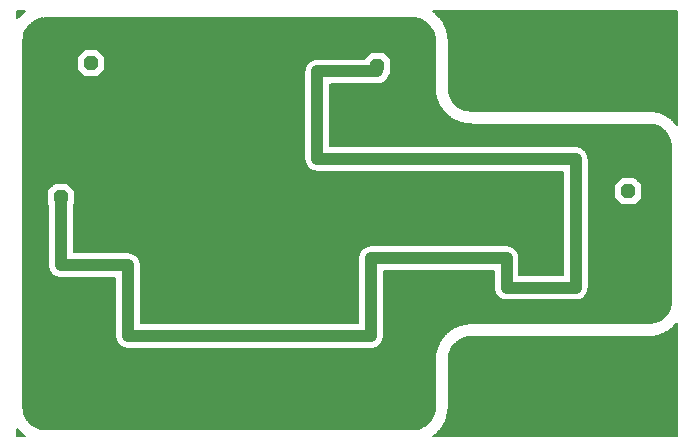
<source format=gtl>
%FSLAX35Y35*%
%MOIN*%
%IN*%
%ADD10C,0.00591*%
%ADD11C,0.01181*%
%ADD12C,0.03937*%
%ADD13R,0.19685X0.19685*%
%AMOCT_14*4,1,8,0.023622,0.011811,0.011811,0.023622,-0.011811,0.023622,-0.023622,0.011811,-0.023622,-0.011811,-0.011811,-0.023622,0.011811,-0.023622,0.023622,-0.011811,0.023622,0.011811,0*%
%ADD14OCT_14*%
G54D12*
X24803Y57086D02*
X37204Y57086D01*
X37204Y33464D01*
X118110Y33464D01*
X118110Y59448D01*
X163385Y59448D01*
X163385Y49606D01*
X186417Y49606D01*
X186417Y92519D01*
X108267Y92519D01*
X14763Y57086D02*
X24803Y57086D01*
X14763Y79724D02*
X14763Y57086D01*
X100196Y92519D02*
X108267Y92519D01*
X100196Y121653D02*
X100196Y92519D01*
X120275Y121653D02*
X100196Y121653D01*
X120275Y123425D02*
X120275Y121653D01*
G54D14*
X24803Y124409D03*
X203937Y81692D03*
X14763Y79724D03*
X120275Y123425D03*
G54D10*
X295Y0D02*
X2782Y0D01*
X138949Y0D02*
X220177Y0D01*
X295Y561D02*
X2033Y561D01*
X139699Y561D02*
X220177Y561D01*
X138949Y0D02*
X139734Y590D01*
X2782Y0D02*
X1997Y590D01*
X139734Y590D02*
X139795Y649D01*
X1997Y590D02*
X1936Y649D01*
X139795Y649D02*
X139824Y679D01*
X1936Y649D02*
X1908Y679D01*
X139824Y679D02*
X139939Y767D01*
X1908Y679D02*
X1792Y767D01*
X139939Y767D02*
X140001Y826D01*
X1792Y767D02*
X1731Y826D01*
X295Y1122D02*
X1435Y1122D01*
X140296Y1122D02*
X220177Y1122D01*
X295Y1683D02*
X874Y1683D01*
X140857Y1683D02*
X220177Y1683D01*
X140001Y826D02*
X140886Y1712D01*
X1731Y826D02*
X845Y1712D01*
X140886Y1712D02*
X140923Y1742D01*
X845Y1712D02*
X808Y1742D01*
X140923Y1742D02*
X140955Y1771D01*
X808Y1742D02*
X776Y1771D01*
X140955Y1771D02*
X140980Y1801D01*
X776Y1771D02*
X751Y1801D01*
X140980Y1801D02*
X141018Y1860D01*
X751Y1801D02*
X713Y1860D01*
X141018Y1860D02*
X141038Y1889D01*
X713Y1860D02*
X693Y1889D01*
X141038Y1889D02*
X141064Y1919D01*
X693Y1889D02*
X668Y1919D01*
X141064Y1919D02*
X141102Y1948D01*
X668Y1919D02*
X630Y1948D01*
X141102Y1948D02*
X141133Y1978D01*
X630Y1948D02*
X598Y1978D01*
X141133Y1978D02*
X141159Y2007D01*
X598Y1978D02*
X572Y2007D01*
X295Y2244D02*
X402Y2244D01*
X141329Y2244D02*
X220177Y2244D01*
X141159Y2007D02*
X141329Y2244D01*
X572Y2007D02*
X402Y2244D01*
X9360Y2332D02*
X132372Y2332D01*
X295Y2362D02*
X314Y2362D01*
X132372Y2332D02*
X132667Y2362D01*
X9360Y2332D02*
X9064Y2362D01*
X402Y2244D02*
X314Y2362D01*
X295Y0D02*
X295Y2362D01*
X132784Y2362D02*
X133065Y2391D01*
X8947Y2362D02*
X8667Y2391D01*
X133065Y2391D02*
X133879Y2568D01*
X8667Y2391D02*
X7852Y2568D01*
X133879Y2568D02*
X133998Y2598D01*
X7852Y2568D02*
X7733Y2598D01*
X7179Y2805D02*
X134553Y2805D01*
X141749Y2805D02*
X220177Y2805D01*
X133998Y2598D02*
X135027Y2982D01*
X7733Y2598D02*
X6704Y2982D01*
X141329Y2244D02*
X141948Y3070D01*
X141948Y3070D02*
X142000Y3129D01*
X142000Y3129D02*
X142038Y3188D01*
X142038Y3188D02*
X142079Y3277D01*
X6001Y3366D02*
X135730Y3366D01*
X142148Y3366D02*
X220177Y3366D01*
X142079Y3277D02*
X142122Y3336D01*
X142122Y3336D02*
X142148Y3366D01*
X142148Y3366D02*
X142186Y3425D01*
X142186Y3425D02*
X142216Y3484D01*
X135027Y2982D02*
X135946Y3484D01*
X6704Y2982D02*
X5785Y3484D01*
X135946Y3484D02*
X135991Y3513D01*
X5785Y3484D02*
X5740Y3513D01*
X5188Y3927D02*
X136543Y3927D01*
X142458Y3927D02*
X220177Y3927D01*
X135991Y3513D02*
X136820Y4133D01*
X5740Y3513D02*
X4912Y4133D01*
X136820Y4133D02*
X136910Y4222D01*
X4912Y4133D02*
X4821Y4222D01*
X4556Y4488D02*
X137176Y4488D01*
X142764Y4488D02*
X220177Y4488D01*
X142216Y3484D02*
X142874Y4694D01*
X142874Y4694D02*
X142918Y4812D01*
X142918Y4812D02*
X142934Y4842D01*
X142934Y4842D02*
X142972Y4901D01*
X136910Y4222D02*
X137589Y4901D01*
X4821Y4222D02*
X4142Y4901D01*
X142972Y4901D02*
X142997Y4960D01*
X4031Y5049D02*
X137700Y5049D01*
X143027Y5049D02*
X220177Y5049D01*
X142997Y4960D02*
X143016Y5019D01*
X137589Y4901D02*
X137943Y5374D01*
X4142Y4901D02*
X3788Y5374D01*
X3611Y5610D02*
X138120Y5610D01*
X143236Y5610D02*
X220177Y5610D01*
X137943Y5374D02*
X138230Y5757D01*
X3788Y5374D02*
X3501Y5757D01*
X138230Y5757D02*
X138296Y5875D01*
X3501Y5757D02*
X3435Y5875D01*
X3274Y6171D02*
X138457Y6171D01*
X143445Y6171D02*
X220177Y6171D01*
X143016Y5019D02*
X143497Y6318D01*
X143497Y6318D02*
X143522Y6437D01*
X143522Y6437D02*
X143566Y6555D01*
X143566Y6555D02*
X143587Y6643D01*
X2971Y6732D02*
X138760Y6732D01*
X143607Y6732D02*
X220177Y6732D01*
X138296Y5875D02*
X138760Y6732D01*
X3435Y5875D02*
X2971Y6732D01*
X2762Y7293D02*
X138969Y7293D01*
X143729Y7293D02*
X220177Y7293D01*
X138760Y6732D02*
X139131Y7736D01*
X2971Y6732D02*
X2600Y7736D01*
X2574Y7854D02*
X139157Y7854D01*
X143851Y7854D02*
X220177Y7854D01*
X143587Y6643D02*
X143880Y8001D01*
X143880Y8001D02*
X143887Y8120D01*
X143887Y8120D02*
X143919Y8267D01*
X2452Y8415D02*
X139279Y8415D01*
X143929Y8415D02*
X220177Y8415D01*
X143919Y8267D02*
X143933Y8474D01*
X139131Y7736D02*
X139356Y8769D01*
X2600Y7736D02*
X2375Y8769D01*
X2361Y8976D02*
X139371Y8976D01*
X143969Y8976D02*
X220177Y8976D01*
X2320Y9537D02*
X139411Y9537D01*
X144009Y9537D02*
X220177Y9537D01*
X143933Y8474D02*
X144020Y9714D01*
X144020Y9714D02*
X144021Y9773D01*
X144021Y9773D02*
X144025Y9832D01*
X139356Y8769D02*
X139438Y9950D01*
X2375Y8769D02*
X2293Y9950D01*
X2293Y10098D02*
X139438Y10098D01*
X144025Y10098D02*
X220177Y10098D01*
X2293Y10659D02*
X139438Y10659D01*
X144025Y10659D02*
X220177Y10659D01*
X2293Y11220D02*
X139438Y11220D01*
X144025Y11220D02*
X220177Y11220D01*
X2293Y11781D02*
X139438Y11781D01*
X144025Y11781D02*
X220177Y11781D01*
X2293Y12342D02*
X139438Y12342D01*
X144025Y12342D02*
X220177Y12342D01*
X2293Y12903D02*
X139438Y12903D01*
X144025Y12903D02*
X220177Y12903D01*
X2293Y13464D02*
X139438Y13464D01*
X144025Y13464D02*
X220177Y13464D01*
X2293Y14025D02*
X139438Y14025D01*
X144025Y14025D02*
X220177Y14025D01*
X2293Y14586D02*
X139438Y14586D01*
X144025Y14586D02*
X220177Y14586D01*
X2293Y15147D02*
X139438Y15147D01*
X144025Y15147D02*
X220177Y15147D01*
X2293Y15708D02*
X139438Y15708D01*
X144025Y15708D02*
X220177Y15708D01*
X2293Y16269D02*
X139438Y16269D01*
X144025Y16269D02*
X220177Y16269D01*
X2293Y16830D02*
X139438Y16830D01*
X144025Y16830D02*
X220177Y16830D01*
X2293Y17391D02*
X139438Y17391D01*
X144025Y17391D02*
X220177Y17391D01*
X2293Y17952D02*
X139438Y17952D01*
X144025Y17952D02*
X220177Y17952D01*
X2293Y18513D02*
X139438Y18513D01*
X144025Y18513D02*
X220177Y18513D01*
X2293Y19074D02*
X139438Y19074D01*
X144025Y19074D02*
X220177Y19074D01*
X2293Y19635D02*
X139438Y19635D01*
X144025Y19635D02*
X220177Y19635D01*
X2293Y20196D02*
X139438Y20196D01*
X144025Y20196D02*
X220177Y20196D01*
X2293Y20757D02*
X139438Y20757D01*
X144025Y20757D02*
X220177Y20757D01*
X2293Y21318D02*
X139438Y21318D01*
X144025Y21318D02*
X220177Y21318D01*
X2293Y21879D02*
X139438Y21879D01*
X144025Y21879D02*
X220177Y21879D01*
X2293Y22440D02*
X139438Y22440D01*
X144025Y22440D02*
X220177Y22440D01*
X2293Y23001D02*
X139438Y23001D01*
X144025Y23001D02*
X220177Y23001D01*
X2293Y23562D02*
X139438Y23562D01*
X144025Y23562D02*
X220177Y23562D01*
X2293Y24124D02*
X139438Y24124D01*
X144025Y24124D02*
X220177Y24124D01*
X2293Y24685D02*
X139438Y24685D01*
X144025Y24685D02*
X220177Y24685D01*
X2293Y25246D02*
X139438Y25246D01*
X144025Y25246D02*
X220177Y25246D01*
X144025Y9832D02*
X144027Y25541D01*
X139438Y9950D02*
X139440Y25629D01*
X139440Y25629D02*
X139444Y25688D01*
X139444Y25688D02*
X139444Y25748D01*
X2293Y25807D02*
X139448Y25807D01*
X144046Y25807D02*
X220177Y25807D01*
X139444Y25748D02*
X139459Y25954D01*
X2293Y26368D02*
X139488Y26368D01*
X144087Y26368D02*
X220177Y26368D01*
X144027Y25541D02*
X144108Y26663D01*
X2293Y26929D02*
X139528Y26929D01*
X144165Y26929D02*
X220177Y26929D01*
X139459Y25954D02*
X139548Y27194D01*
X139548Y27194D02*
X139562Y27253D01*
X139562Y27253D02*
X139576Y27312D01*
X144108Y26663D02*
X144262Y27372D01*
X2293Y27490D02*
X139593Y27490D01*
X144287Y27490D02*
X220177Y27490D01*
X139576Y27312D02*
X139593Y27490D01*
X139593Y27490D02*
X139626Y27637D01*
X144262Y27372D02*
X144340Y27726D01*
X2293Y28051D02*
X139716Y28051D01*
X144461Y28051D02*
X220177Y28051D01*
X2293Y28612D02*
X139838Y28612D01*
X144671Y28612D02*
X220177Y28612D01*
X144340Y27726D02*
X144716Y28730D01*
X139626Y27637D02*
X139897Y28877D01*
X139897Y28877D02*
X139930Y28966D01*
X139930Y28966D02*
X139949Y29025D01*
X2293Y29173D02*
X139985Y29173D01*
X144958Y29173D02*
X220177Y29173D01*
X139949Y29025D02*
X139975Y29143D01*
X117814Y29173D02*
X118110Y29202D01*
X37500Y29173D02*
X37204Y29202D01*
X118287Y29202D02*
X118582Y29232D01*
X37027Y29202D02*
X36732Y29232D01*
X118582Y29232D02*
X118730Y29261D01*
X36732Y29232D02*
X36584Y29261D01*
X118730Y29261D02*
X118850Y29291D01*
X36584Y29261D02*
X36464Y29291D01*
X139975Y29143D02*
X140029Y29291D01*
X118850Y29291D02*
X119052Y29320D01*
X36464Y29291D02*
X36262Y29320D01*
X119052Y29320D02*
X119200Y29350D01*
X36262Y29320D02*
X36114Y29350D01*
X119200Y29350D02*
X119355Y29409D01*
X36114Y29350D02*
X35959Y29409D01*
X119355Y29409D02*
X119449Y29438D01*
X35959Y29409D02*
X35865Y29438D01*
X119449Y29438D02*
X119568Y29468D01*
X35865Y29438D02*
X35745Y29468D01*
X119568Y29468D02*
X119659Y29498D01*
X35745Y29468D02*
X35655Y29498D01*
X119659Y29498D02*
X119828Y29586D01*
X35655Y29498D02*
X35486Y29586D01*
X119828Y29586D02*
X119900Y29616D01*
X35486Y29586D02*
X35414Y29616D01*
X119900Y29616D02*
X120060Y29675D01*
X35414Y29616D02*
X35254Y29675D01*
X144716Y28730D02*
X145233Y29675D01*
X2293Y29734D02*
X35157Y29734D01*
X120157Y29734D02*
X140194Y29734D01*
X145277Y29734D02*
X220177Y29734D01*
X120060Y29675D02*
X120116Y29704D01*
X35254Y29675D02*
X35197Y29704D01*
X120116Y29704D02*
X120243Y29793D01*
X35197Y29704D02*
X35071Y29793D01*
X120243Y29793D02*
X120286Y29822D01*
X35071Y29793D02*
X35028Y29822D01*
X120286Y29822D02*
X120335Y29852D01*
X35028Y29822D02*
X34979Y29852D01*
X120335Y29852D02*
X120391Y29881D01*
X34979Y29852D02*
X34923Y29881D01*
X120391Y29881D02*
X120460Y29911D01*
X34923Y29881D02*
X34854Y29911D01*
X120460Y29911D02*
X120517Y29940D01*
X34854Y29911D02*
X34797Y29940D01*
X120517Y29940D02*
X120558Y29970D01*
X34797Y29940D02*
X34756Y29970D01*
X120558Y29970D02*
X120590Y30000D01*
X34756Y29970D02*
X34724Y30000D01*
X120590Y30000D02*
X120616Y30029D01*
X34724Y30000D02*
X34698Y30029D01*
X120616Y30029D02*
X120716Y30118D01*
X34698Y30029D02*
X34598Y30118D01*
X120716Y30118D02*
X120799Y30177D01*
X34598Y30118D02*
X34515Y30177D01*
X2293Y30295D02*
X34356Y30295D01*
X120958Y30295D02*
X140404Y30295D01*
X145697Y30295D02*
X220177Y30295D01*
X120799Y30177D02*
X120927Y30265D01*
X34515Y30177D02*
X34387Y30265D01*
X120927Y30265D02*
X120958Y30295D01*
X34387Y30265D02*
X34356Y30295D01*
X120958Y30295D02*
X121088Y30442D01*
X34356Y30295D02*
X34226Y30442D01*
X121088Y30442D02*
X121116Y30472D01*
X34226Y30442D02*
X34198Y30472D01*
X145233Y29675D02*
X145874Y30531D01*
X140029Y29291D02*
X140492Y30531D01*
X121116Y30472D02*
X121217Y30561D01*
X34198Y30472D02*
X34097Y30561D01*
X121217Y30561D02*
X121258Y30590D01*
X34097Y30561D02*
X34056Y30590D01*
X121258Y30590D02*
X121289Y30620D01*
X34056Y30590D02*
X34025Y30620D01*
X121289Y30620D02*
X121315Y30649D01*
X34025Y30620D02*
X33999Y30649D01*
X140492Y30531D02*
X140558Y30649D01*
X121315Y30649D02*
X121353Y30708D01*
X33999Y30649D02*
X33961Y30708D01*
X140558Y30649D02*
X140603Y30767D01*
X121353Y30708D02*
X121412Y30797D01*
X33961Y30708D02*
X33902Y30797D01*
X2293Y30856D02*
X33859Y30856D01*
X121455Y30856D02*
X140651Y30856D01*
X146199Y30856D02*
X220177Y30856D01*
X121412Y30797D02*
X121455Y30856D01*
X33902Y30797D02*
X33859Y30856D01*
X140603Y30767D02*
X140699Y30944D01*
X121455Y30856D02*
X121608Y31033D01*
X33859Y30856D02*
X33706Y31033D01*
X121608Y31033D02*
X121646Y31092D01*
X33706Y31033D02*
X33668Y31092D01*
X121646Y31092D02*
X121739Y31269D01*
X33668Y31092D02*
X33575Y31269D01*
X145874Y30531D02*
X146644Y31299D01*
X2293Y31417D02*
X33468Y31417D01*
X121846Y31417D02*
X140957Y31417D01*
X146802Y31417D02*
X220177Y31417D01*
X121739Y31269D02*
X121820Y31387D01*
X33575Y31269D02*
X33493Y31387D01*
X121820Y31387D02*
X121846Y31417D01*
X33493Y31387D02*
X33468Y31417D01*
X121846Y31417D02*
X121884Y31476D01*
X33468Y31417D02*
X33430Y31476D01*
X121884Y31476D02*
X121909Y31535D01*
X33430Y31476D02*
X33405Y31535D01*
X121909Y31535D02*
X121928Y31594D01*
X33405Y31535D02*
X33386Y31594D01*
X121928Y31594D02*
X121987Y31742D01*
X33386Y31594D02*
X33327Y31742D01*
X146644Y31299D02*
X147472Y31919D01*
X2293Y31978D02*
X33211Y31978D01*
X122103Y31978D02*
X141264Y31978D01*
X147571Y31978D02*
X220177Y31978D01*
X147472Y31919D02*
X147517Y31948D01*
X121987Y31742D02*
X122092Y31948D01*
X33327Y31742D02*
X33222Y31948D01*
X122092Y31948D02*
X122111Y32007D01*
X33222Y31948D02*
X33203Y32007D01*
X140699Y30944D02*
X141316Y32066D01*
X141316Y32066D02*
X141364Y32125D01*
X141364Y32125D02*
X141384Y32155D01*
X141384Y32155D02*
X141411Y32214D01*
X122111Y32007D02*
X122163Y32214D01*
X33203Y32007D02*
X33151Y32214D01*
X141411Y32214D02*
X141442Y32273D01*
X141442Y32273D02*
X141463Y32303D01*
X141463Y32303D02*
X141538Y32391D01*
X122163Y32214D02*
X122241Y32421D01*
X33151Y32214D02*
X33073Y32421D01*
X147517Y31948D02*
X148436Y32450D01*
X122241Y32421D02*
X122255Y32480D01*
X33073Y32421D02*
X33059Y32480D01*
X2293Y32539D02*
X33052Y32539D01*
X122262Y32539D02*
X141648Y32539D01*
X148674Y32539D02*
X220177Y32539D01*
X122255Y32480D02*
X122286Y32716D01*
X33059Y32480D02*
X33028Y32716D01*
X148436Y32450D02*
X149149Y32716D01*
X149149Y32716D02*
X149465Y32834D01*
X149465Y32834D02*
X149584Y32864D01*
X122286Y32716D02*
X122335Y32923D01*
X33028Y32716D02*
X32979Y32923D01*
X122335Y32923D02*
X122343Y33011D01*
X32979Y32923D02*
X32971Y33011D01*
X149584Y32864D02*
X150399Y33041D01*
X2293Y33100D02*
X32971Y33100D01*
X122343Y33100D02*
X142068Y33100D01*
X151092Y33100D02*
X220177Y33100D01*
X150399Y33041D02*
X150679Y33070D01*
X150797Y33070D02*
X151092Y33100D01*
X210334Y33100D02*
X210629Y33129D01*
X210678Y33129D02*
X210973Y33159D01*
X211090Y33159D02*
X211386Y33188D01*
X211503Y33188D02*
X211799Y33218D01*
X122343Y33011D02*
X122344Y33218D01*
X32971Y33011D02*
X32970Y33218D01*
X211885Y33218D02*
X212180Y33248D01*
X212180Y33248D02*
X212436Y33277D01*
X212436Y33277D02*
X212584Y33307D01*
X212584Y33307D02*
X212692Y33336D01*
X141538Y32391D02*
X142267Y33366D01*
X142267Y33366D02*
X142305Y33425D01*
X142305Y33425D02*
X142330Y33454D01*
X122344Y33218D02*
X122372Y33454D01*
X32970Y33218D02*
X32942Y33454D01*
X142330Y33454D02*
X142362Y33484D01*
X142362Y33484D02*
X142400Y33513D01*
X142400Y33513D02*
X142426Y33543D01*
X212692Y33336D02*
X213642Y33543D01*
X213642Y33543D02*
X213808Y33572D01*
X213808Y33572D02*
X213956Y33602D01*
X2293Y33661D02*
X32942Y33661D01*
X122372Y33661D02*
X142509Y33661D01*
X214084Y33661D02*
X220177Y33661D01*
X213956Y33602D02*
X214013Y33631D01*
X142426Y33543D02*
X142483Y33631D01*
X214013Y33631D02*
X214084Y33661D01*
X142483Y33631D02*
X142509Y33661D01*
X214084Y33661D02*
X214224Y33690D01*
X142509Y33661D02*
X142540Y33690D01*
X142540Y33690D02*
X142577Y33720D01*
X214224Y33690D02*
X215491Y34163D01*
X2293Y34222D02*
X32942Y34222D01*
X122372Y34222D02*
X143079Y34222D01*
X215614Y34222D02*
X220177Y34222D01*
X215491Y34163D02*
X215557Y34192D01*
X215557Y34192D02*
X215668Y34251D01*
X215668Y34251D02*
X215781Y34281D01*
X215781Y34281D02*
X215838Y34311D01*
X215838Y34311D02*
X215879Y34340D01*
X215879Y34340D02*
X215926Y34370D01*
X142577Y33720D02*
X143524Y34665D01*
X143524Y34665D02*
X143602Y34724D01*
X2293Y34783D02*
X32942Y34783D01*
X122372Y34783D02*
X143669Y34783D01*
X216683Y34783D02*
X220177Y34783D01*
X143602Y34724D02*
X143640Y34753D01*
X143640Y34753D02*
X143729Y34842D01*
X143729Y34842D02*
X143804Y34901D01*
X215926Y34370D02*
X216954Y34931D01*
X216954Y34931D02*
X217070Y34990D01*
X217070Y34990D02*
X217111Y35019D01*
X217111Y35019D02*
X217143Y35049D01*
X217143Y35049D02*
X217182Y35078D01*
X217182Y35078D02*
X217243Y35108D01*
X217243Y35108D02*
X217300Y35137D01*
X217300Y35137D02*
X217340Y35167D01*
X217340Y35167D02*
X217374Y35196D01*
X2293Y35344D02*
X32942Y35344D01*
X122372Y35344D02*
X144396Y35344D01*
X217571Y35344D02*
X220177Y35344D01*
X143804Y34901D02*
X144830Y35669D01*
X144830Y35669D02*
X144863Y35698D01*
X144863Y35698D02*
X144904Y35728D01*
X144904Y35728D02*
X144961Y35757D01*
X144961Y35757D02*
X145022Y35787D01*
X145022Y35787D02*
X145060Y35816D01*
X145060Y35816D02*
X145093Y35846D01*
X2293Y35905D02*
X32942Y35905D01*
X122372Y35905D02*
X145190Y35905D01*
X218321Y35905D02*
X220177Y35905D01*
X145093Y35846D02*
X145133Y35875D01*
X145133Y35875D02*
X145358Y35994D01*
X217374Y35196D02*
X218475Y36023D01*
X218475Y36023D02*
X218535Y36082D01*
X218535Y36082D02*
X218564Y36112D01*
X218564Y36112D02*
X218680Y36200D01*
X218680Y36200D02*
X218741Y36259D01*
X2293Y36466D02*
X32942Y36466D01*
X122372Y36466D02*
X146223Y36466D01*
X218947Y36466D02*
X220177Y36466D01*
X145358Y35994D02*
X146278Y36496D01*
X146278Y36496D02*
X146325Y36525D01*
X146325Y36525D02*
X146366Y36555D01*
X146366Y36555D02*
X146423Y36584D01*
X146423Y36584D02*
X146536Y36614D01*
X146536Y36614D02*
X146646Y36673D01*
X146646Y36673D02*
X146713Y36702D01*
X2293Y37027D02*
X32942Y37027D01*
X122372Y37027D02*
X147584Y37027D01*
X219508Y37027D02*
X220177Y37027D01*
X218741Y36259D02*
X219627Y37145D01*
X219627Y37145D02*
X219663Y37175D01*
X146713Y36702D02*
X147980Y37175D01*
X219663Y37175D02*
X219695Y37204D01*
X147980Y37175D02*
X148119Y37204D01*
X219695Y37204D02*
X219721Y37234D01*
X148119Y37204D02*
X148191Y37234D01*
X148191Y37234D02*
X148248Y37263D01*
X148248Y37263D02*
X148395Y37293D01*
X219721Y37234D02*
X219759Y37293D01*
X219759Y37293D02*
X219778Y37322D01*
X148395Y37293D02*
X148562Y37322D01*
X219778Y37322D02*
X219804Y37352D01*
X219804Y37352D02*
X219842Y37381D01*
X219842Y37381D02*
X219873Y37411D01*
X219873Y37411D02*
X219899Y37440D01*
X148562Y37322D02*
X149512Y37529D01*
X2293Y37588D02*
X32942Y37588D01*
X122372Y37588D02*
X149768Y37588D01*
X220003Y37588D02*
X220177Y37588D01*
X149512Y37529D02*
X149620Y37559D01*
X149620Y37559D02*
X149768Y37588D01*
X149768Y37588D02*
X150024Y37618D01*
X150024Y37618D02*
X150319Y37647D01*
X150405Y37647D02*
X150700Y37677D01*
X219899Y37440D02*
X220069Y37677D01*
X150818Y37677D02*
X151113Y37706D01*
X41466Y37765D02*
X113848Y37765D01*
X151870Y37765D02*
X210816Y37765D01*
X151231Y37706D02*
X151526Y37736D01*
X220158Y37795D02*
X220177Y37795D01*
X151574Y37736D02*
X151870Y37765D01*
X211112Y37765D02*
X211407Y37795D01*
X220069Y37677D02*
X220158Y37795D01*
X220177Y0D02*
X220177Y37795D01*
X211525Y37795D02*
X211805Y37824D01*
X211805Y37824D02*
X212619Y38001D01*
X212619Y38001D02*
X212739Y38031D01*
X2293Y38149D02*
X32942Y38149D01*
X41466Y38149D02*
X113848Y38149D01*
X122372Y38149D02*
X213055Y38149D01*
X212739Y38031D02*
X213767Y38415D01*
X2293Y38710D02*
X32942Y38710D01*
X41466Y38710D02*
X113848Y38710D01*
X122372Y38710D02*
X214308Y38710D01*
X213767Y38415D02*
X214687Y38917D01*
X214687Y38917D02*
X214731Y38946D01*
X2293Y39271D02*
X32942Y39271D01*
X41466Y39271D02*
X113848Y39271D01*
X122372Y39271D02*
X215165Y39271D01*
X214731Y38946D02*
X215560Y39566D01*
X215560Y39566D02*
X215650Y39655D01*
X2293Y39832D02*
X32942Y39832D01*
X41466Y39832D02*
X113848Y39832D01*
X122372Y39832D02*
X215827Y39832D01*
X215650Y39655D02*
X216329Y40334D01*
X2293Y40393D02*
X32942Y40393D01*
X41466Y40393D02*
X113848Y40393D01*
X122372Y40393D02*
X216374Y40393D01*
X216329Y40334D02*
X216683Y40807D01*
X2293Y40954D02*
X32942Y40954D01*
X41466Y40954D02*
X113848Y40954D01*
X122372Y40954D02*
X216794Y40954D01*
X216683Y40807D02*
X216971Y41190D01*
X216971Y41190D02*
X217036Y41309D01*
X2293Y41515D02*
X32942Y41515D01*
X41466Y41515D02*
X113848Y41515D01*
X122372Y41515D02*
X217149Y41515D01*
X2293Y42076D02*
X32942Y42076D01*
X41466Y42076D02*
X113848Y42076D01*
X122372Y42076D02*
X217456Y42076D01*
X217036Y41309D02*
X217500Y42165D01*
X2293Y42637D02*
X32942Y42637D01*
X41466Y42637D02*
X113848Y42637D01*
X122372Y42637D02*
X217676Y42637D01*
X2293Y43198D02*
X32942Y43198D01*
X41466Y43198D02*
X113848Y43198D01*
X122372Y43198D02*
X217878Y43198D01*
X217500Y42165D02*
X217871Y43169D01*
X2293Y43759D02*
X32942Y43759D01*
X41466Y43759D02*
X113848Y43759D01*
X122372Y43759D02*
X218000Y43759D01*
X217871Y43169D02*
X218096Y44202D01*
X2293Y44320D02*
X32942Y44320D01*
X41466Y44320D02*
X113848Y44320D01*
X122372Y44320D02*
X218105Y44320D01*
X2293Y44881D02*
X32942Y44881D01*
X41466Y44881D02*
X113848Y44881D01*
X122372Y44881D02*
X218145Y44881D01*
X163600Y45324D02*
X186203Y45324D01*
X186203Y45324D02*
X186498Y45354D01*
X163600Y45324D02*
X163304Y45354D01*
X186634Y45354D02*
X186929Y45383D01*
X163168Y45354D02*
X162873Y45383D01*
X218096Y44202D02*
X218179Y45383D01*
X2293Y45442D02*
X32942Y45442D01*
X41466Y45442D02*
X113848Y45442D01*
X122372Y45442D02*
X162457Y45442D01*
X187345Y45442D02*
X218179Y45442D01*
X186929Y45383D02*
X187077Y45413D01*
X162873Y45383D02*
X162725Y45413D01*
X187077Y45413D02*
X187345Y45442D01*
X162725Y45413D02*
X162457Y45442D01*
X187345Y45442D02*
X187493Y45472D01*
X162457Y45442D02*
X162310Y45472D01*
X187493Y45472D02*
X187549Y45501D01*
X162310Y45472D02*
X162253Y45501D01*
X187549Y45501D02*
X187611Y45531D01*
X162253Y45501D02*
X162192Y45531D01*
X187611Y45531D02*
X187688Y45561D01*
X162192Y45531D02*
X162114Y45561D01*
X187688Y45561D02*
X187796Y45590D01*
X162114Y45561D02*
X162006Y45590D01*
X187796Y45590D02*
X187940Y45620D01*
X162006Y45590D02*
X161863Y45620D01*
X187940Y45620D02*
X187997Y45649D01*
X161863Y45620D02*
X161806Y45649D01*
X187997Y45649D02*
X188041Y45679D01*
X161806Y45649D02*
X161761Y45679D01*
X188041Y45679D02*
X188156Y45738D01*
X161761Y45679D02*
X161647Y45738D01*
X188156Y45738D02*
X188311Y45797D01*
X161647Y45738D02*
X161491Y45797D01*
X188311Y45797D02*
X188379Y45826D01*
X161491Y45797D02*
X161423Y45826D01*
X188379Y45826D02*
X188436Y45856D01*
X161423Y45826D02*
X161366Y45856D01*
X2293Y46003D02*
X32942Y46003D01*
X41466Y46003D02*
X113848Y46003D01*
X122372Y46003D02*
X161142Y46003D01*
X188660Y46003D02*
X218179Y46003D01*
X188436Y45856D02*
X188607Y45974D01*
X161366Y45856D02*
X161195Y45974D01*
X188607Y45974D02*
X188717Y46033D01*
X161195Y45974D02*
X161086Y46033D01*
X188717Y46033D02*
X188827Y46092D01*
X161086Y46033D02*
X160975Y46092D01*
X188827Y46092D02*
X188868Y46122D01*
X160975Y46092D02*
X160934Y46122D01*
X188868Y46122D02*
X189035Y46269D01*
X160934Y46122D02*
X160767Y46269D01*
X189035Y46269D02*
X189204Y46387D01*
X160767Y46269D02*
X160598Y46387D01*
X189204Y46387D02*
X189242Y46417D01*
X160598Y46387D02*
X160561Y46417D01*
X189242Y46417D02*
X189273Y46446D01*
X160561Y46417D02*
X160529Y46446D01*
X2293Y46564D02*
X32942Y46564D01*
X41466Y46564D02*
X113848Y46564D01*
X122372Y46564D02*
X160424Y46564D01*
X189378Y46564D02*
X218179Y46564D01*
X189273Y46446D02*
X189404Y46594D01*
X160529Y46446D02*
X160398Y46594D01*
X189404Y46594D02*
X189468Y46653D01*
X160398Y46594D02*
X160334Y46653D01*
X189468Y46653D02*
X189598Y46771D01*
X160334Y46653D02*
X160204Y46771D01*
X189598Y46771D02*
X189624Y46801D01*
X160204Y46771D02*
X160178Y46801D01*
X189624Y46801D02*
X189770Y47007D01*
X160178Y46801D02*
X160032Y47007D01*
X189770Y47007D02*
X189823Y47066D01*
X160032Y47007D02*
X159979Y47066D01*
X2293Y47125D02*
X32942Y47125D01*
X41466Y47125D02*
X113848Y47125D01*
X122372Y47125D02*
X159917Y47125D01*
X189885Y47125D02*
X218179Y47125D01*
X189823Y47066D02*
X189885Y47125D01*
X159979Y47066D02*
X159917Y47125D01*
X189885Y47125D02*
X189911Y47155D01*
X159917Y47125D02*
X159891Y47155D01*
X189911Y47155D02*
X189949Y47214D01*
X159891Y47155D02*
X159853Y47214D01*
X189949Y47214D02*
X190020Y47362D01*
X159853Y47214D02*
X159782Y47362D01*
X190020Y47362D02*
X190052Y47421D01*
X159782Y47362D02*
X159750Y47421D01*
X190052Y47421D02*
X190191Y47627D01*
X159750Y47421D02*
X159611Y47627D01*
X2293Y47687D02*
X32942Y47687D01*
X41466Y47687D02*
X113848Y47687D01*
X122372Y47687D02*
X159586Y47687D01*
X190216Y47687D02*
X218179Y47687D01*
X190191Y47627D02*
X190216Y47687D01*
X159611Y47627D02*
X159586Y47687D01*
X190216Y47687D02*
X190284Y47864D01*
X159586Y47687D02*
X159518Y47864D01*
X190284Y47864D02*
X190346Y47982D01*
X159518Y47864D02*
X159456Y47982D01*
X190346Y47982D02*
X190383Y48041D01*
X159456Y47982D02*
X159419Y48041D01*
X190383Y48041D02*
X190408Y48100D01*
X159419Y48041D02*
X159394Y48100D01*
X190408Y48100D02*
X190422Y48159D01*
X159394Y48100D02*
X159380Y48159D01*
X2293Y48248D02*
X32942Y48248D01*
X41466Y48248D02*
X113848Y48248D01*
X122372Y48248D02*
X159360Y48248D01*
X190442Y48248D02*
X218179Y48248D01*
X190422Y48159D02*
X190442Y48248D01*
X159380Y48159D02*
X159360Y48248D01*
X190442Y48248D02*
X190474Y48366D01*
X159360Y48248D02*
X159328Y48366D01*
X190474Y48366D02*
X190549Y48572D01*
X159328Y48366D02*
X159253Y48572D01*
X190549Y48572D02*
X190563Y48631D01*
X159253Y48572D02*
X159239Y48631D01*
X2293Y48809D02*
X32942Y48809D01*
X41466Y48809D02*
X113848Y48809D01*
X122372Y48809D02*
X159218Y48809D01*
X190584Y48809D02*
X218179Y48809D01*
X190563Y48631D02*
X190595Y48868D01*
X159239Y48631D02*
X159207Y48868D01*
X190595Y48868D02*
X190646Y49074D01*
X159207Y48868D02*
X159156Y49074D01*
X190646Y49074D02*
X190650Y49133D01*
X159156Y49074D02*
X159152Y49133D01*
X2293Y49370D02*
X32942Y49370D01*
X41466Y49370D02*
X113848Y49370D01*
X122372Y49370D02*
X159150Y49370D01*
X190653Y49370D02*
X218179Y49370D01*
X190650Y49133D02*
X190653Y49370D01*
X159152Y49133D02*
X159150Y49370D01*
X190653Y49370D02*
X190679Y49606D01*
X159150Y49370D02*
X159124Y49606D01*
X2293Y49931D02*
X32942Y49931D01*
X41466Y49931D02*
X113848Y49931D01*
X122372Y49931D02*
X159124Y49931D01*
X190679Y49931D02*
X218179Y49931D01*
X2293Y50492D02*
X32942Y50492D01*
X41466Y50492D02*
X113848Y50492D01*
X122372Y50492D02*
X159124Y50492D01*
X190679Y50492D02*
X218179Y50492D01*
X2293Y51053D02*
X32942Y51053D01*
X41466Y51053D02*
X113848Y51053D01*
X122372Y51053D02*
X159124Y51053D01*
X190679Y51053D02*
X218179Y51053D01*
X2293Y51614D02*
X32942Y51614D01*
X41466Y51614D02*
X113848Y51614D01*
X122372Y51614D02*
X159124Y51614D01*
X190679Y51614D02*
X218179Y51614D01*
X2293Y52175D02*
X32942Y52175D01*
X41466Y52175D02*
X113848Y52175D01*
X122372Y52175D02*
X159124Y52175D01*
X190679Y52175D02*
X218179Y52175D01*
X2293Y52736D02*
X32942Y52736D01*
X41466Y52736D02*
X113848Y52736D01*
X122372Y52736D02*
X159124Y52736D01*
X190679Y52736D02*
X218179Y52736D01*
X15059Y52795D02*
X32647Y52795D01*
X32942Y33454D02*
X32942Y52795D01*
X15059Y52795D02*
X14763Y52824D01*
X14586Y52824D02*
X14291Y52854D01*
X14291Y52854D02*
X14143Y52883D01*
X14143Y52883D02*
X14023Y52913D01*
X14023Y52913D02*
X13821Y52942D01*
X13821Y52942D02*
X13673Y52972D01*
X13673Y52972D02*
X13518Y53031D01*
X13518Y53031D02*
X13424Y53061D01*
X13424Y53061D02*
X13305Y53090D01*
X13305Y53090D02*
X13214Y53120D01*
X13214Y53120D02*
X13045Y53208D01*
X13045Y53208D02*
X12973Y53238D01*
X2293Y53297D02*
X12813Y53297D01*
X41466Y53297D02*
X113848Y53297D01*
X122372Y53297D02*
X159124Y53297D01*
X190679Y53297D02*
X218179Y53297D01*
X12973Y53238D02*
X12813Y53297D01*
X12813Y53297D02*
X12757Y53326D01*
X12757Y53326D02*
X12630Y53415D01*
X12630Y53415D02*
X12587Y53444D01*
X12587Y53444D02*
X12539Y53474D01*
X12539Y53474D02*
X12482Y53503D01*
X12482Y53503D02*
X12413Y53533D01*
X12413Y53533D02*
X12356Y53562D01*
X12356Y53562D02*
X12315Y53592D01*
X12315Y53592D02*
X12283Y53622D01*
X12283Y53622D02*
X12257Y53651D01*
X12257Y53651D02*
X12157Y53740D01*
X12157Y53740D02*
X12074Y53799D01*
X2293Y53858D02*
X11987Y53858D01*
X41466Y53858D02*
X113848Y53858D01*
X122372Y53858D02*
X159124Y53858D01*
X190679Y53858D02*
X218179Y53858D01*
X167647Y53887D02*
X182155Y53887D01*
X12074Y53799D02*
X11946Y53887D01*
X11946Y53887D02*
X11915Y53917D01*
X11915Y53917D02*
X11785Y54064D01*
X11785Y54064D02*
X11757Y54094D01*
X11757Y54094D02*
X11656Y54183D01*
X11656Y54183D02*
X11615Y54212D01*
X11615Y54212D02*
X11584Y54242D01*
X11584Y54242D02*
X11558Y54271D01*
X11558Y54271D02*
X11520Y54330D01*
X2293Y54419D02*
X11461Y54419D01*
X41466Y54419D02*
X113848Y54419D01*
X122372Y54419D02*
X159124Y54419D01*
X167647Y54419D02*
X182155Y54419D01*
X190679Y54419D02*
X218179Y54419D01*
X11520Y54330D02*
X11461Y54419D01*
X11461Y54419D02*
X11418Y54478D01*
X11418Y54478D02*
X11265Y54655D01*
X11265Y54655D02*
X11227Y54714D01*
X11227Y54714D02*
X11134Y54891D01*
X2293Y54980D02*
X11073Y54980D01*
X41466Y54980D02*
X113848Y54980D01*
X122372Y54980D02*
X159124Y54980D01*
X167647Y54980D02*
X182155Y54980D01*
X190679Y54980D02*
X218179Y54980D01*
X11134Y54891D02*
X11053Y55009D01*
X11053Y55009D02*
X11027Y55039D01*
X11027Y55039D02*
X10989Y55098D01*
X122372Y55157D02*
X159124Y55157D01*
X10989Y55098D02*
X10964Y55157D01*
X159124Y49606D02*
X159124Y55157D01*
X122372Y33454D02*
X122372Y55157D01*
X10964Y55157D02*
X10945Y55216D01*
X10945Y55216D02*
X10886Y55364D01*
X2293Y55541D02*
X10795Y55541D01*
X41466Y55541D02*
X113848Y55541D01*
X167647Y55541D02*
X182155Y55541D01*
X190679Y55541D02*
X218179Y55541D01*
X10886Y55364D02*
X10781Y55570D01*
X10781Y55570D02*
X10762Y55629D01*
X10762Y55629D02*
X10710Y55836D01*
X10710Y55836D02*
X10632Y56043D01*
X2293Y56102D02*
X10618Y56102D01*
X41466Y56102D02*
X113848Y56102D01*
X167647Y56102D02*
X182155Y56102D01*
X190679Y56102D02*
X218179Y56102D01*
X10632Y56043D02*
X10618Y56102D01*
X10618Y56102D02*
X10587Y56338D01*
X10587Y56338D02*
X10538Y56545D01*
X2293Y56663D02*
X10530Y56663D01*
X41466Y56663D02*
X113848Y56663D01*
X167647Y56663D02*
X182155Y56663D01*
X190679Y56663D02*
X218179Y56663D01*
X10538Y56545D02*
X10530Y56633D01*
X10530Y56633D02*
X10529Y56840D01*
X10529Y56840D02*
X10501Y57076D01*
X41466Y37765D02*
X41463Y57135D01*
X2293Y57224D02*
X10501Y57224D01*
X41452Y57224D02*
X113848Y57224D01*
X167647Y57224D02*
X182155Y57224D01*
X190679Y57224D02*
X218179Y57224D01*
X41463Y57135D02*
X41438Y57372D01*
X41438Y57372D02*
X41437Y57578D01*
X41437Y57578D02*
X41427Y57637D01*
X2293Y57785D02*
X10501Y57785D01*
X41392Y57785D02*
X113848Y57785D01*
X167647Y57785D02*
X182155Y57785D01*
X190679Y57785D02*
X218179Y57785D01*
X41427Y57637D02*
X41399Y57755D01*
X41399Y57755D02*
X41373Y57874D01*
X41373Y57874D02*
X41343Y58110D01*
X41343Y58110D02*
X41324Y58169D01*
X41324Y58169D02*
X41299Y58228D01*
X2293Y58346D02*
X10501Y58346D01*
X41254Y58346D02*
X113848Y58346D01*
X167647Y58346D02*
X182155Y58346D01*
X190679Y58346D02*
X218179Y58346D01*
X41299Y58228D02*
X41247Y58375D01*
X41247Y58375D02*
X41185Y58612D01*
X41185Y58612D02*
X41154Y58671D01*
X41154Y58671D02*
X41064Y58848D01*
X2293Y58907D02*
X10501Y58907D01*
X41041Y58907D02*
X113848Y58907D01*
X167647Y58907D02*
X182155Y58907D01*
X190679Y58907D02*
X218179Y58907D01*
X41064Y58848D02*
X40983Y59055D01*
X40983Y59055D02*
X40928Y59143D01*
X40928Y59143D02*
X40828Y59291D01*
X2293Y59468D02*
X10501Y59468D01*
X40736Y59468D02*
X113849Y59468D01*
X167646Y59468D02*
X182155Y59468D01*
X190679Y59468D02*
X218179Y59468D01*
X40828Y59291D02*
X40719Y59498D01*
X167647Y53887D02*
X167644Y59498D01*
X113848Y37765D02*
X113851Y59498D01*
X40719Y59498D02*
X40698Y59527D01*
X40698Y59527D02*
X40521Y59734D01*
X167644Y59498D02*
X167619Y59734D01*
X113851Y59498D02*
X113876Y59734D01*
X40521Y59734D02*
X40418Y59881D01*
X40418Y59881D02*
X40365Y59940D01*
X167619Y59734D02*
X167618Y59940D01*
X113876Y59734D02*
X113877Y59940D01*
X2293Y60029D02*
X10501Y60029D01*
X40266Y60029D02*
X113893Y60029D01*
X167602Y60029D02*
X182155Y60029D01*
X190679Y60029D02*
X218179Y60029D01*
X167618Y59940D02*
X167609Y60000D01*
X113877Y59940D02*
X113887Y60000D01*
X40365Y59940D02*
X40266Y60029D01*
X40266Y60029D02*
X40200Y60088D01*
X167609Y60000D02*
X167581Y60118D01*
X113887Y60000D02*
X113914Y60118D01*
X40200Y60088D02*
X40099Y60206D01*
X40099Y60206D02*
X40078Y60236D01*
X167581Y60118D02*
X167554Y60236D01*
X113914Y60118D02*
X113941Y60236D01*
X40078Y60236D02*
X40053Y60265D01*
X40053Y60265D02*
X40021Y60295D01*
X40021Y60295D02*
X39980Y60324D01*
X39980Y60324D02*
X39923Y60354D01*
X39923Y60354D02*
X39837Y60413D01*
X39837Y60413D02*
X39766Y60472D01*
X167554Y60236D02*
X167524Y60472D01*
X113941Y60236D02*
X113971Y60472D01*
X167524Y60472D02*
X167505Y60531D01*
X113971Y60472D02*
X113990Y60531D01*
X2293Y60590D02*
X10501Y60590D01*
X39626Y60590D02*
X114015Y60590D01*
X167480Y60590D02*
X182155Y60590D01*
X190679Y60590D02*
X218179Y60590D01*
X39766Y60472D02*
X39666Y60561D01*
X39666Y60561D02*
X39626Y60590D01*
X167505Y60531D02*
X167480Y60590D01*
X113990Y60531D02*
X114015Y60590D01*
X39626Y60590D02*
X39579Y60620D01*
X39579Y60620D02*
X39410Y60708D01*
X167480Y60590D02*
X167428Y60738D01*
X114015Y60590D02*
X114067Y60738D01*
X39410Y60708D02*
X39323Y60767D01*
X39323Y60767D02*
X39283Y60797D01*
X39283Y60797D02*
X39252Y60826D01*
X39252Y60826D02*
X39211Y60856D01*
X39211Y60856D02*
X39154Y60885D01*
X39154Y60885D02*
X39047Y60915D01*
X39047Y60915D02*
X38969Y60944D01*
X38969Y60944D02*
X38904Y60974D01*
X167428Y60738D02*
X167366Y60974D01*
X114067Y60738D02*
X114129Y60974D01*
X167366Y60974D02*
X167335Y61033D01*
X114129Y60974D02*
X114160Y61033D01*
X38904Y60974D02*
X38734Y61062D01*
X38734Y61062D02*
X38623Y61092D01*
X2293Y61151D02*
X10501Y61151D01*
X38424Y61151D02*
X114222Y61151D01*
X167273Y61151D02*
X182155Y61151D01*
X190679Y61151D02*
X218179Y61151D01*
X38623Y61092D02*
X38503Y61122D01*
X38503Y61122D02*
X38346Y61181D01*
X38346Y61181D02*
X38280Y61210D01*
X167335Y61033D02*
X167245Y61210D01*
X114160Y61033D02*
X114250Y61210D01*
X38280Y61210D02*
X38132Y61240D01*
X38132Y61240D02*
X37904Y61269D01*
X37904Y61269D02*
X37819Y61299D01*
X37819Y61299D02*
X37672Y61328D01*
X19320Y61387D02*
X36909Y61387D01*
X37672Y61328D02*
X37376Y61358D01*
X37204Y61358D02*
X36909Y61387D01*
X167245Y61210D02*
X167164Y61417D01*
X114250Y61210D02*
X114331Y61417D01*
X167164Y61417D02*
X167109Y61505D01*
X114331Y61417D02*
X114386Y61505D01*
X167109Y61505D02*
X167009Y61653D01*
X114386Y61505D02*
X114486Y61653D01*
X2293Y61712D02*
X10501Y61712D01*
X19025Y61712D02*
X114517Y61712D01*
X166978Y61712D02*
X182155Y61712D01*
X190679Y61712D02*
X218179Y61712D01*
X167009Y61653D02*
X166900Y61860D01*
X114486Y61653D02*
X114595Y61860D01*
X166900Y61860D02*
X166879Y61889D01*
X114595Y61860D02*
X114616Y61889D01*
X166879Y61889D02*
X166702Y62096D01*
X114616Y61889D02*
X114793Y62096D01*
X2293Y62273D02*
X10501Y62273D01*
X19025Y62273D02*
X114921Y62273D01*
X166574Y62273D02*
X182155Y62273D01*
X190679Y62273D02*
X218179Y62273D01*
X166702Y62096D02*
X166599Y62244D01*
X114793Y62096D02*
X114896Y62244D01*
X166599Y62244D02*
X166546Y62303D01*
X114896Y62244D02*
X114949Y62303D01*
X166546Y62303D02*
X166447Y62391D01*
X114949Y62303D02*
X115048Y62391D01*
X166447Y62391D02*
X166381Y62450D01*
X115048Y62391D02*
X115114Y62450D01*
X166381Y62450D02*
X166280Y62568D01*
X115114Y62450D02*
X115215Y62568D01*
X166280Y62568D02*
X166259Y62598D01*
X115215Y62568D02*
X115236Y62598D01*
X166259Y62598D02*
X166234Y62627D01*
X115236Y62598D02*
X115261Y62627D01*
X166234Y62627D02*
X166202Y62657D01*
X115261Y62627D02*
X115293Y62657D01*
X166202Y62657D02*
X166161Y62687D01*
X115293Y62657D02*
X115334Y62687D01*
X166161Y62687D02*
X166105Y62716D01*
X115334Y62687D02*
X115391Y62716D01*
X166105Y62716D02*
X166018Y62775D01*
X115391Y62716D02*
X115477Y62775D01*
X2293Y62834D02*
X10501Y62834D01*
X19025Y62834D02*
X115548Y62834D01*
X165947Y62834D02*
X182155Y62834D01*
X190679Y62834D02*
X218179Y62834D01*
X166018Y62775D02*
X165947Y62834D01*
X115477Y62775D02*
X115548Y62834D01*
X165947Y62834D02*
X165847Y62923D01*
X115548Y62834D02*
X115648Y62923D01*
X165847Y62923D02*
X165807Y62952D01*
X115648Y62923D02*
X115688Y62952D01*
X165807Y62952D02*
X165760Y62982D01*
X115688Y62952D02*
X115735Y62982D01*
X165760Y62982D02*
X165591Y63070D01*
X115735Y62982D02*
X115904Y63070D01*
X165591Y63070D02*
X165504Y63129D01*
X115904Y63070D02*
X115991Y63129D01*
X165504Y63129D02*
X165464Y63159D01*
X115991Y63129D02*
X116031Y63159D01*
X165464Y63159D02*
X165433Y63188D01*
X116031Y63159D02*
X116062Y63188D01*
X165433Y63188D02*
X165392Y63218D01*
X116062Y63188D02*
X116103Y63218D01*
X165392Y63218D02*
X165335Y63248D01*
X116103Y63218D02*
X116160Y63248D01*
X165335Y63248D02*
X165228Y63277D01*
X116160Y63248D02*
X116267Y63277D01*
X165228Y63277D02*
X165150Y63307D01*
X116267Y63277D02*
X116345Y63307D01*
X165150Y63307D02*
X165085Y63336D01*
X116345Y63307D02*
X116410Y63336D01*
X2293Y63395D02*
X10501Y63395D01*
X19025Y63395D02*
X116523Y63395D01*
X164972Y63395D02*
X182155Y63395D01*
X190679Y63395D02*
X218179Y63395D01*
X165085Y63336D02*
X164916Y63425D01*
X116410Y63336D02*
X116580Y63425D01*
X164916Y63425D02*
X164804Y63454D01*
X116580Y63425D02*
X116691Y63454D01*
X164804Y63454D02*
X164684Y63484D01*
X116691Y63454D02*
X116811Y63484D01*
X164684Y63484D02*
X164527Y63543D01*
X116811Y63484D02*
X116968Y63543D01*
X164527Y63543D02*
X164461Y63572D01*
X116968Y63543D02*
X117034Y63572D01*
X164461Y63572D02*
X164313Y63602D01*
X117034Y63572D02*
X117182Y63602D01*
X164313Y63602D02*
X164085Y63631D01*
X117182Y63602D02*
X117410Y63631D01*
X164085Y63631D02*
X164000Y63661D01*
X117410Y63631D02*
X117495Y63661D01*
X164000Y63661D02*
X163853Y63690D01*
X117495Y63661D02*
X117642Y63690D01*
X118405Y63750D02*
X163090Y63750D01*
X163853Y63690D02*
X163557Y63720D01*
X117642Y63690D02*
X117938Y63720D01*
X163385Y63720D02*
X163090Y63750D01*
X118110Y63720D02*
X118405Y63750D01*
X2293Y63956D02*
X10501Y63956D01*
X19025Y63956D02*
X182155Y63956D01*
X190679Y63956D02*
X218179Y63956D01*
X2293Y64517D02*
X10501Y64517D01*
X19025Y64517D02*
X182155Y64517D01*
X190679Y64517D02*
X218179Y64517D01*
X2293Y65078D02*
X10501Y65078D01*
X19025Y65078D02*
X182155Y65078D01*
X190679Y65078D02*
X218179Y65078D01*
X2293Y65639D02*
X10501Y65639D01*
X19025Y65639D02*
X182155Y65639D01*
X190679Y65639D02*
X218179Y65639D01*
X2293Y66200D02*
X10501Y66200D01*
X19025Y66200D02*
X182155Y66200D01*
X190679Y66200D02*
X218179Y66200D01*
X2293Y66761D02*
X10501Y66761D01*
X19025Y66761D02*
X182155Y66761D01*
X190679Y66761D02*
X218179Y66761D01*
X2293Y67322D02*
X10501Y67322D01*
X19025Y67322D02*
X182155Y67322D01*
X190679Y67322D02*
X218179Y67322D01*
X2293Y67883D02*
X10501Y67883D01*
X19025Y67883D02*
X182155Y67883D01*
X190679Y67883D02*
X218179Y67883D01*
X2293Y68444D02*
X10501Y68444D01*
X19025Y68444D02*
X182155Y68444D01*
X190679Y68444D02*
X218179Y68444D01*
X2293Y69005D02*
X10501Y69005D01*
X19025Y69005D02*
X182155Y69005D01*
X190679Y69005D02*
X218179Y69005D01*
X2293Y69566D02*
X10501Y69566D01*
X19025Y69566D02*
X182155Y69566D01*
X190679Y69566D02*
X218179Y69566D01*
X2293Y70127D02*
X10501Y70127D01*
X19025Y70127D02*
X182155Y70127D01*
X190679Y70127D02*
X218179Y70127D01*
X2293Y70688D02*
X10501Y70688D01*
X19025Y70688D02*
X182155Y70688D01*
X190679Y70688D02*
X218179Y70688D01*
X2293Y71250D02*
X10501Y71250D01*
X19025Y71250D02*
X182155Y71250D01*
X190679Y71250D02*
X218179Y71250D01*
X2293Y71811D02*
X10501Y71811D01*
X19025Y71811D02*
X182155Y71811D01*
X190679Y71811D02*
X218179Y71811D01*
X2293Y72372D02*
X10501Y72372D01*
X19025Y72372D02*
X182155Y72372D01*
X190679Y72372D02*
X218179Y72372D01*
X2293Y72933D02*
X10501Y72933D01*
X19025Y72933D02*
X182155Y72933D01*
X190679Y72933D02*
X218179Y72933D01*
X2293Y73494D02*
X10501Y73494D01*
X19025Y73494D02*
X182155Y73494D01*
X190679Y73494D02*
X218179Y73494D01*
X2293Y74055D02*
X10501Y74055D01*
X19025Y74055D02*
X182155Y74055D01*
X190679Y74055D02*
X218179Y74055D01*
X2293Y74616D02*
X10501Y74616D01*
X19025Y74616D02*
X182155Y74616D01*
X190679Y74616D02*
X218179Y74616D01*
X2293Y75177D02*
X10501Y75177D01*
X19025Y75177D02*
X182155Y75177D01*
X190679Y75177D02*
X218179Y75177D01*
X2293Y75738D02*
X10501Y75738D01*
X19025Y75738D02*
X182155Y75738D01*
X190679Y75738D02*
X218179Y75738D01*
X2293Y76299D02*
X10501Y76299D01*
X19025Y76299D02*
X182155Y76299D01*
X190679Y76299D02*
X218179Y76299D01*
X2293Y76860D02*
X10501Y76860D01*
X19025Y76860D02*
X182155Y76860D01*
X190679Y76860D02*
X218179Y76860D01*
X202096Y77007D02*
X205777Y77007D01*
X205777Y77007D02*
X206072Y77037D01*
X202096Y77007D02*
X201801Y77037D01*
X19025Y61387D02*
X19026Y77037D01*
X10501Y57076D02*
X10500Y77037D01*
X206072Y77037D02*
X206220Y77066D01*
X201801Y77037D02*
X201653Y77066D01*
X206220Y77066D02*
X206277Y77096D01*
X201653Y77066D02*
X201596Y77096D01*
X206277Y77096D02*
X206318Y77125D01*
X201596Y77096D02*
X201555Y77125D01*
X206318Y77125D02*
X206379Y77185D01*
X201555Y77125D02*
X201494Y77185D01*
X19026Y77037D02*
X19292Y77303D01*
X10500Y77037D02*
X10234Y77303D01*
X19292Y77303D02*
X19318Y77332D01*
X10234Y77303D02*
X10209Y77332D01*
X2293Y77421D02*
X10151Y77421D01*
X19375Y77421D02*
X182155Y77421D01*
X190679Y77421D02*
X201258Y77421D01*
X206615Y77421D02*
X218179Y77421D01*
X19318Y77332D02*
X19358Y77391D01*
X10209Y77332D02*
X10168Y77391D01*
X19358Y77391D02*
X19389Y77450D01*
X10168Y77391D02*
X10137Y77450D01*
X19389Y77450D02*
X19408Y77509D01*
X10137Y77450D02*
X10118Y77509D01*
X19408Y77509D02*
X19418Y77568D01*
X10118Y77509D02*
X10109Y77568D01*
X19418Y77568D02*
X19419Y77687D01*
X10109Y77568D02*
X10108Y77687D01*
X2293Y77982D02*
X10108Y77982D01*
X19419Y77982D02*
X182155Y77982D01*
X190679Y77982D02*
X200697Y77982D01*
X207176Y77982D02*
X218179Y77982D01*
X2293Y78543D02*
X10108Y78543D01*
X19419Y78543D02*
X182155Y78543D01*
X190679Y78543D02*
X200136Y78543D01*
X207737Y78543D02*
X218179Y78543D01*
X2293Y79104D02*
X10108Y79104D01*
X19419Y79104D02*
X182155Y79104D01*
X190679Y79104D02*
X199575Y79104D01*
X208298Y79104D02*
X218179Y79104D01*
X206379Y77185D02*
X208416Y79222D01*
X201494Y77185D02*
X199457Y79222D01*
X208416Y79222D02*
X208453Y79251D01*
X199457Y79222D02*
X199420Y79251D01*
X208453Y79251D02*
X208485Y79281D01*
X199420Y79251D02*
X199388Y79281D01*
X208485Y79281D02*
X208511Y79311D01*
X199388Y79281D02*
X199362Y79311D01*
X208511Y79311D02*
X208549Y79370D01*
X199362Y79311D02*
X199324Y79370D01*
X208549Y79370D02*
X208573Y79429D01*
X199324Y79370D02*
X199300Y79429D01*
X208573Y79429D02*
X208587Y79488D01*
X199300Y79429D02*
X199286Y79488D01*
X208587Y79488D02*
X208592Y79547D01*
X199286Y79488D02*
X199281Y79547D01*
X2293Y79665D02*
X10108Y79665D01*
X19419Y79665D02*
X182155Y79665D01*
X190679Y79665D02*
X199281Y79665D01*
X208592Y79665D02*
X218179Y79665D01*
X2293Y80226D02*
X10108Y80226D01*
X19419Y80226D02*
X182155Y80226D01*
X190679Y80226D02*
X199281Y80226D01*
X208592Y80226D02*
X218179Y80226D01*
X2293Y80787D02*
X10108Y80787D01*
X19419Y80787D02*
X182155Y80787D01*
X190679Y80787D02*
X199281Y80787D01*
X208592Y80787D02*
X218179Y80787D01*
X2293Y81348D02*
X10108Y81348D01*
X19419Y81348D02*
X182155Y81348D01*
X190679Y81348D02*
X199281Y81348D01*
X208592Y81348D02*
X218179Y81348D01*
X2293Y81909D02*
X10112Y81909D01*
X19414Y81909D02*
X182155Y81909D01*
X190679Y81909D02*
X199281Y81909D01*
X208592Y81909D02*
X218179Y81909D01*
X19419Y77687D02*
X19418Y81879D01*
X10108Y77687D02*
X10109Y81879D01*
X19418Y81879D02*
X19408Y81938D01*
X10109Y81879D02*
X10118Y81938D01*
X19408Y81938D02*
X19389Y81998D01*
X10118Y81938D02*
X10137Y81998D01*
X19389Y81998D02*
X19358Y82057D01*
X10137Y81998D02*
X10168Y82057D01*
X19358Y82057D02*
X19318Y82116D01*
X10168Y82057D02*
X10209Y82116D01*
X19318Y82116D02*
X19292Y82145D01*
X10209Y82116D02*
X10234Y82145D01*
X2293Y82470D02*
X10559Y82470D01*
X18967Y82470D02*
X182155Y82470D01*
X190679Y82470D02*
X199281Y82470D01*
X208592Y82470D02*
X218179Y82470D01*
X2293Y83031D02*
X11120Y83031D01*
X18406Y83031D02*
X182155Y83031D01*
X190679Y83031D02*
X199281Y83031D01*
X208592Y83031D02*
X218179Y83031D01*
X2293Y83592D02*
X11681Y83592D01*
X17845Y83592D02*
X182155Y83592D01*
X190679Y83592D02*
X199281Y83592D01*
X208592Y83592D02*
X218179Y83592D01*
X208592Y79547D02*
X208591Y83858D01*
X199281Y79547D02*
X199282Y83858D01*
X208591Y83858D02*
X208582Y83917D01*
X199282Y83858D02*
X199291Y83917D01*
X208582Y83917D02*
X208562Y83976D01*
X199291Y83917D02*
X199311Y83976D01*
X208562Y83976D02*
X208532Y84035D01*
X199311Y83976D02*
X199341Y84035D01*
X208532Y84035D02*
X208511Y84064D01*
X199341Y84035D02*
X199362Y84064D01*
X208511Y84064D02*
X208485Y84094D01*
X199362Y84064D02*
X199388Y84094D01*
X2293Y84153D02*
X12242Y84153D01*
X17284Y84153D02*
X182155Y84153D01*
X190679Y84153D02*
X199447Y84153D01*
X208426Y84153D02*
X218179Y84153D01*
X19292Y82145D02*
X17225Y84212D01*
X10234Y82145D02*
X12301Y84212D01*
X17225Y84212D02*
X17176Y84271D01*
X12301Y84212D02*
X12350Y84271D01*
X17176Y84271D02*
X17144Y84301D01*
X12350Y84271D02*
X12382Y84301D01*
X17144Y84301D02*
X17104Y84330D01*
X12382Y84301D02*
X12423Y84330D01*
X17104Y84330D02*
X17047Y84360D01*
X12423Y84330D02*
X12480Y84360D01*
X12923Y84419D02*
X16604Y84419D01*
X17047Y84360D02*
X16899Y84389D01*
X12480Y84360D02*
X12627Y84389D01*
X16899Y84389D02*
X16604Y84419D01*
X12627Y84389D02*
X12923Y84419D01*
X2293Y84714D02*
X182155Y84714D01*
X190679Y84714D02*
X200008Y84714D01*
X207865Y84714D02*
X218179Y84714D01*
X2293Y85275D02*
X182155Y85275D01*
X190679Y85275D02*
X200569Y85275D01*
X207304Y85275D02*
X218179Y85275D01*
X2293Y85836D02*
X182155Y85836D01*
X190679Y85836D02*
X201130Y85836D01*
X206743Y85836D02*
X218179Y85836D01*
X208485Y84094D02*
X206327Y86250D01*
X199388Y84094D02*
X201546Y86250D01*
X206327Y86250D02*
X206287Y86279D01*
X201546Y86250D02*
X201586Y86279D01*
X206287Y86279D02*
X206230Y86309D01*
X201586Y86279D02*
X201643Y86309D01*
X202086Y86368D02*
X205787Y86368D01*
X206230Y86309D02*
X206082Y86338D01*
X201643Y86309D02*
X201791Y86338D01*
X2293Y86397D02*
X182155Y86397D01*
X190679Y86397D02*
X218179Y86397D01*
X206082Y86338D02*
X205787Y86368D01*
X201791Y86338D02*
X202086Y86368D01*
X2293Y86958D02*
X182155Y86958D01*
X190679Y86958D02*
X218179Y86958D01*
X2293Y87519D02*
X182155Y87519D01*
X190679Y87519D02*
X218179Y87519D01*
X2293Y88080D02*
X182155Y88080D01*
X190679Y88080D02*
X218179Y88080D01*
X100492Y88228D02*
X181860Y88228D01*
X182155Y53887D02*
X182155Y88228D01*
X100492Y88228D02*
X100196Y88257D01*
X100019Y88257D02*
X99724Y88287D01*
X99724Y88287D02*
X99576Y88316D01*
X99576Y88316D02*
X99456Y88346D01*
X99456Y88346D02*
X99254Y88375D01*
X99254Y88375D02*
X99106Y88405D01*
X99106Y88405D02*
X98951Y88464D01*
X98951Y88464D02*
X98857Y88494D01*
X98857Y88494D02*
X98738Y88523D01*
X98738Y88523D02*
X98647Y88553D01*
X2293Y88641D02*
X98478Y88641D01*
X190679Y88641D02*
X218179Y88641D01*
X98647Y88553D02*
X98478Y88641D01*
X98478Y88641D02*
X98406Y88671D01*
X98406Y88671D02*
X98247Y88730D01*
X98247Y88730D02*
X98190Y88759D01*
X98190Y88759D02*
X98063Y88848D01*
X98063Y88848D02*
X98020Y88877D01*
X98020Y88877D02*
X97972Y88907D01*
X97972Y88907D02*
X97915Y88937D01*
X97915Y88937D02*
X97846Y88966D01*
X97846Y88966D02*
X97789Y88996D01*
X97789Y88996D02*
X97748Y89025D01*
X97748Y89025D02*
X97716Y89055D01*
X97716Y89055D02*
X97690Y89084D01*
X2293Y89202D02*
X97550Y89202D01*
X190679Y89202D02*
X218179Y89202D01*
X97690Y89084D02*
X97590Y89173D01*
X97590Y89173D02*
X97507Y89232D01*
X97507Y89232D02*
X97380Y89320D01*
X97380Y89320D02*
X97348Y89350D01*
X97348Y89350D02*
X97218Y89498D01*
X97218Y89498D02*
X97190Y89527D01*
X97190Y89527D02*
X97089Y89616D01*
X97089Y89616D02*
X97048Y89645D01*
X97048Y89645D02*
X97017Y89675D01*
X97017Y89675D02*
X96991Y89704D01*
X2293Y89763D02*
X96953Y89763D01*
X190679Y89763D02*
X218179Y89763D01*
X96991Y89704D02*
X96953Y89763D01*
X96953Y89763D02*
X96894Y89852D01*
X96894Y89852D02*
X96852Y89911D01*
X96852Y89911D02*
X96698Y90088D01*
X96698Y90088D02*
X96660Y90147D01*
X2293Y90324D02*
X96567Y90324D01*
X190679Y90324D02*
X218179Y90324D01*
X96660Y90147D02*
X96567Y90324D01*
X96567Y90324D02*
X96486Y90442D01*
X96486Y90442D02*
X96460Y90472D01*
X96460Y90472D02*
X96422Y90531D01*
X96422Y90531D02*
X96397Y90590D01*
X96397Y90590D02*
X96378Y90649D01*
X96378Y90649D02*
X96319Y90797D01*
X2293Y90885D02*
X96273Y90885D01*
X190679Y90885D02*
X218179Y90885D01*
X96319Y90797D02*
X96214Y91003D01*
X96214Y91003D02*
X96195Y91062D01*
X96195Y91062D02*
X96143Y91269D01*
X2293Y91446D02*
X96076Y91446D01*
X190679Y91446D02*
X218179Y91446D01*
X96143Y91269D02*
X96066Y91476D01*
X96066Y91476D02*
X96051Y91535D01*
X96051Y91535D02*
X96021Y91771D01*
X2293Y92007D02*
X95967Y92007D01*
X190679Y92007D02*
X218179Y92007D01*
X96021Y91771D02*
X95971Y91978D01*
X95971Y91978D02*
X95963Y92066D01*
X95963Y92066D02*
X95962Y92273D01*
X95962Y92273D02*
X95935Y92509D01*
X2293Y92568D02*
X95935Y92568D01*
X190675Y92568D02*
X218179Y92568D01*
X190679Y49606D02*
X190675Y92568D01*
X190675Y92568D02*
X190650Y92805D01*
X190650Y92805D02*
X190649Y93011D01*
X190649Y93011D02*
X190640Y93070D01*
X2293Y93129D02*
X95935Y93129D01*
X190627Y93129D02*
X218179Y93129D01*
X190640Y93070D02*
X190612Y93188D01*
X190612Y93188D02*
X190586Y93307D01*
X190586Y93307D02*
X190556Y93543D01*
X190556Y93543D02*
X190536Y93602D01*
X2293Y93690D02*
X95935Y93690D01*
X190500Y93690D02*
X218179Y93690D01*
X190536Y93602D02*
X190511Y93661D01*
X190511Y93661D02*
X190459Y93809D01*
X190459Y93809D02*
X190397Y94045D01*
X190397Y94045D02*
X190366Y94104D01*
X2293Y94251D02*
X95935Y94251D01*
X190289Y94251D02*
X218179Y94251D01*
X190366Y94104D02*
X190276Y94281D01*
X190276Y94281D02*
X190195Y94488D01*
X190195Y94488D02*
X190141Y94576D01*
X190141Y94576D02*
X190041Y94724D01*
X2293Y94812D02*
X95935Y94812D01*
X189994Y94812D02*
X218179Y94812D01*
X190041Y94724D02*
X189932Y94931D01*
X189932Y94931D02*
X189911Y94960D01*
X189911Y94960D02*
X189733Y95167D01*
X189733Y95167D02*
X189631Y95314D01*
X2293Y95374D02*
X95935Y95374D01*
X189577Y95374D02*
X218179Y95374D01*
X189631Y95314D02*
X189577Y95374D01*
X189577Y95374D02*
X189479Y95462D01*
X189479Y95462D02*
X189413Y95521D01*
X189413Y95521D02*
X189312Y95639D01*
X189312Y95639D02*
X189291Y95669D01*
X189291Y95669D02*
X189265Y95698D01*
X189265Y95698D02*
X189234Y95728D01*
X189234Y95728D02*
X189193Y95757D01*
X189193Y95757D02*
X189136Y95787D01*
X189136Y95787D02*
X189049Y95846D01*
X2293Y95935D02*
X95935Y95935D01*
X188946Y95935D02*
X218179Y95935D01*
X189049Y95846D02*
X188979Y95905D01*
X188979Y95905D02*
X188879Y95994D01*
X188879Y95994D02*
X188838Y96023D01*
X188838Y96023D02*
X188792Y96053D01*
X188792Y96053D02*
X188623Y96141D01*
X188623Y96141D02*
X188536Y96200D01*
X188536Y96200D02*
X188496Y96230D01*
X188496Y96230D02*
X188464Y96259D01*
X188464Y96259D02*
X188424Y96289D01*
X188424Y96289D02*
X188367Y96318D01*
X188367Y96318D02*
X188259Y96348D01*
X188259Y96348D02*
X188182Y96377D01*
X188182Y96377D02*
X188116Y96407D01*
X218179Y45383D02*
X218176Y96407D01*
X2293Y96496D02*
X95935Y96496D01*
X187947Y96496D02*
X218170Y96496D01*
X188116Y96407D02*
X187947Y96496D01*
X187947Y96496D02*
X187836Y96525D01*
X187836Y96525D02*
X187716Y96555D01*
X187716Y96555D02*
X187559Y96614D01*
X187559Y96614D02*
X187493Y96643D01*
X187493Y96643D02*
X187345Y96673D01*
X187345Y96673D02*
X187117Y96702D01*
X187117Y96702D02*
X187032Y96732D01*
X187032Y96732D02*
X186884Y96761D01*
X104753Y96820D02*
X186122Y96820D01*
X186884Y96761D02*
X186589Y96791D01*
X186417Y96791D02*
X186122Y96820D01*
X2293Y97057D02*
X95935Y97057D01*
X104458Y97057D02*
X218130Y97057D01*
X218176Y96407D02*
X218096Y97529D01*
X2293Y97618D02*
X95935Y97618D01*
X104458Y97618D02*
X218077Y97618D01*
X2293Y98179D02*
X95935Y98179D01*
X104458Y98179D02*
X217955Y98179D01*
X218096Y97529D02*
X217936Y98267D01*
X217936Y98267D02*
X217864Y98592D01*
X2293Y98740D02*
X95935Y98740D01*
X104458Y98740D02*
X217808Y98740D01*
X2293Y99301D02*
X95935Y99301D01*
X104458Y99301D02*
X217599Y99301D01*
X217864Y98592D02*
X217488Y99596D01*
X2293Y99862D02*
X95935Y99862D01*
X104458Y99862D02*
X217343Y99862D01*
X2293Y100423D02*
X95935Y100423D01*
X104458Y100423D02*
X217036Y100423D01*
X217488Y99596D02*
X216971Y100541D01*
X2293Y100984D02*
X95935Y100984D01*
X104458Y100984D02*
X216639Y100984D01*
X216971Y100541D02*
X216329Y101397D01*
X2293Y101545D02*
X95935Y101545D01*
X104458Y101545D02*
X216182Y101545D01*
X2293Y102106D02*
X95935Y102106D01*
X104458Y102106D02*
X215621Y102106D01*
X216329Y101397D02*
X215560Y102165D01*
X2293Y102667D02*
X95935Y102667D01*
X104458Y102667D02*
X214889Y102667D01*
X215560Y102165D02*
X214731Y102785D01*
X214731Y102785D02*
X214687Y102814D01*
X2293Y103228D02*
X95935Y103228D01*
X104458Y103228D02*
X213929Y103228D01*
X214687Y102814D02*
X213767Y103316D01*
X213767Y103316D02*
X213055Y103582D01*
X213055Y103582D02*
X212739Y103700D01*
X212739Y103700D02*
X212619Y103730D01*
X2293Y103789D02*
X95935Y103789D01*
X104458Y103789D02*
X212348Y103789D01*
X220158Y103937D02*
X220177Y103937D01*
X212619Y103730D02*
X211805Y103907D01*
X151870Y103966D02*
X210816Y103966D01*
X211805Y103907D02*
X211525Y103937D01*
X211407Y103937D02*
X211112Y103966D01*
X151870Y103966D02*
X151574Y103996D01*
X151526Y103996D02*
X151231Y104025D01*
X151113Y104025D02*
X150818Y104055D01*
X150700Y104055D02*
X150405Y104084D01*
X150319Y104084D02*
X150024Y104114D01*
X150024Y104114D02*
X149768Y104143D01*
X149768Y104143D02*
X149620Y104173D01*
X149620Y104173D02*
X149512Y104202D01*
X220158Y103937D02*
X219937Y104232D01*
X219937Y104232D02*
X219899Y104291D01*
X2293Y104350D02*
X95935Y104350D01*
X104458Y104350D02*
X148833Y104350D01*
X219842Y104350D02*
X220177Y104350D01*
X219899Y104291D02*
X219873Y104320D01*
X219873Y104320D02*
X219842Y104350D01*
X219842Y104350D02*
X219804Y104379D01*
X219804Y104379D02*
X219778Y104409D01*
X149512Y104202D02*
X148562Y104409D01*
X148562Y104409D02*
X148395Y104438D01*
X148395Y104438D02*
X148248Y104468D01*
X148248Y104468D02*
X148191Y104498D01*
X219778Y104409D02*
X219721Y104498D01*
X219721Y104498D02*
X219695Y104527D01*
X148191Y104498D02*
X148119Y104527D01*
X219695Y104527D02*
X219663Y104557D01*
X148119Y104527D02*
X147980Y104557D01*
X219663Y104557D02*
X219627Y104586D01*
X2293Y104911D02*
X95935Y104911D01*
X104458Y104911D02*
X147030Y104911D01*
X219302Y104911D02*
X220177Y104911D01*
X147980Y104557D02*
X146713Y105029D01*
X146713Y105029D02*
X146646Y105059D01*
X146646Y105059D02*
X146536Y105118D01*
X146536Y105118D02*
X146423Y105147D01*
X146423Y105147D02*
X146366Y105177D01*
X146366Y105177D02*
X146325Y105206D01*
X146325Y105206D02*
X146278Y105236D01*
X2293Y105472D02*
X95935Y105472D01*
X104458Y105472D02*
X145845Y105472D01*
X218741Y105472D02*
X220177Y105472D01*
X219627Y104586D02*
X218680Y105531D01*
X218680Y105531D02*
X218602Y105590D01*
X218602Y105590D02*
X218564Y105620D01*
X218564Y105620D02*
X218475Y105708D01*
X218475Y105708D02*
X218399Y105767D01*
X146278Y105236D02*
X145250Y105797D01*
X145250Y105797D02*
X145133Y105856D01*
X145133Y105856D02*
X145093Y105885D01*
X145093Y105885D02*
X145060Y105915D01*
X145060Y105915D02*
X145022Y105944D01*
X145022Y105944D02*
X144961Y105974D01*
X2293Y106033D02*
X95935Y106033D01*
X104458Y106033D02*
X144863Y106033D01*
X218044Y106033D02*
X220177Y106033D01*
X144961Y105974D02*
X144904Y106003D01*
X144904Y106003D02*
X144863Y106033D01*
X144863Y106033D02*
X144830Y106062D01*
X218399Y105767D02*
X217374Y106535D01*
X2293Y106594D02*
X95935Y106594D01*
X104458Y106594D02*
X144120Y106594D01*
X217300Y106594D02*
X220177Y106594D01*
X217374Y106535D02*
X217340Y106564D01*
X217340Y106564D02*
X217300Y106594D01*
X217300Y106594D02*
X217243Y106624D01*
X217243Y106624D02*
X217182Y106653D01*
X217182Y106653D02*
X217143Y106683D01*
X217143Y106683D02*
X217111Y106712D01*
X217111Y106712D02*
X217070Y106742D01*
X217070Y106742D02*
X216845Y106860D01*
X144830Y106062D02*
X143729Y106889D01*
X143729Y106889D02*
X143669Y106948D01*
X143669Y106948D02*
X143640Y106978D01*
X143640Y106978D02*
X143524Y107066D01*
X2293Y107155D02*
X95935Y107155D01*
X104458Y107155D02*
X143433Y107155D01*
X216305Y107155D02*
X220177Y107155D01*
X143524Y107066D02*
X143463Y107125D01*
X216845Y106860D02*
X215926Y107362D01*
X215926Y107362D02*
X215879Y107391D01*
X215879Y107391D02*
X215838Y107421D01*
X215838Y107421D02*
X215781Y107450D01*
X215781Y107450D02*
X215668Y107480D01*
X215668Y107480D02*
X215557Y107539D01*
X215557Y107539D02*
X215491Y107568D01*
X2293Y107716D02*
X95935Y107716D01*
X104458Y107716D02*
X142872Y107716D01*
X215095Y107716D02*
X220177Y107716D01*
X143463Y107125D02*
X142577Y108011D01*
X142577Y108011D02*
X142540Y108041D01*
X215491Y107568D02*
X214224Y108041D01*
X214224Y108041D02*
X214084Y108070D01*
X142540Y108041D02*
X142509Y108070D01*
X214084Y108070D02*
X214013Y108100D01*
X142509Y108070D02*
X142483Y108100D01*
X214013Y108100D02*
X213956Y108129D01*
X213956Y108129D02*
X213808Y108159D01*
X142483Y108100D02*
X142445Y108159D01*
X213808Y108159D02*
X213642Y108188D01*
X142445Y108159D02*
X142426Y108188D01*
X142426Y108188D02*
X142400Y108218D01*
X2293Y108277D02*
X95935Y108277D01*
X104458Y108277D02*
X142330Y108277D01*
X213235Y108277D02*
X220177Y108277D01*
X142400Y108218D02*
X142362Y108248D01*
X142362Y108248D02*
X142330Y108277D01*
X142330Y108277D02*
X142305Y108307D01*
X213642Y108188D02*
X212692Y108395D01*
X212692Y108395D02*
X212584Y108425D01*
X212584Y108425D02*
X212436Y108454D01*
X212436Y108454D02*
X212180Y108484D01*
X212180Y108484D02*
X211885Y108513D01*
X211799Y108513D02*
X211503Y108543D01*
X142305Y108307D02*
X142134Y108543D01*
X211386Y108543D02*
X211090Y108572D01*
X151387Y108631D02*
X210334Y108631D01*
X210973Y108572D02*
X210678Y108602D01*
X210629Y108602D02*
X210334Y108631D01*
X151092Y108631D02*
X150797Y108661D01*
X150679Y108661D02*
X150399Y108690D01*
X2293Y108838D02*
X95935Y108838D01*
X104458Y108838D02*
X141913Y108838D01*
X149720Y108838D02*
X220177Y108838D01*
X150399Y108690D02*
X149584Y108868D01*
X149584Y108868D02*
X149465Y108897D01*
X149465Y108897D02*
X148436Y109281D01*
X2293Y109399D02*
X95935Y109399D01*
X104458Y109399D02*
X141489Y109399D01*
X148220Y109399D02*
X220177Y109399D01*
X142134Y108543D02*
X141515Y109370D01*
X141515Y109370D02*
X141463Y109429D01*
X141463Y109429D02*
X141425Y109488D01*
X141425Y109488D02*
X141384Y109576D01*
X141384Y109576D02*
X141341Y109635D01*
X141341Y109635D02*
X141316Y109665D01*
X141316Y109665D02*
X141278Y109724D01*
X141278Y109724D02*
X141248Y109783D01*
X148436Y109281D02*
X147517Y109783D01*
X147517Y109783D02*
X147472Y109812D01*
X2293Y109960D02*
X95935Y109960D01*
X104458Y109960D02*
X141151Y109960D01*
X147275Y109960D02*
X220177Y109960D01*
X147472Y109812D02*
X146644Y110433D01*
X2293Y110521D02*
X95935Y110521D01*
X104458Y110521D02*
X140845Y110521D01*
X146554Y110521D02*
X220177Y110521D01*
X146644Y110433D02*
X146554Y110521D01*
X141248Y109783D02*
X140590Y110994D01*
X2293Y111082D02*
X95935Y111082D01*
X104458Y111082D02*
X140558Y111082D01*
X145993Y111082D02*
X220177Y111082D01*
X140590Y110994D02*
X140546Y111112D01*
X140546Y111112D02*
X140529Y111141D01*
X140529Y111141D02*
X140492Y111200D01*
X146554Y110521D02*
X145874Y111200D01*
X140492Y111200D02*
X140467Y111259D01*
X140467Y111259D02*
X140448Y111318D01*
X2293Y111643D02*
X95935Y111643D01*
X104458Y111643D02*
X140327Y111643D01*
X145543Y111643D02*
X220177Y111643D01*
X145874Y111200D02*
X145520Y111673D01*
X145520Y111673D02*
X145233Y112057D01*
X2293Y112204D02*
X95935Y112204D01*
X104458Y112204D02*
X140117Y112204D01*
X145151Y112204D02*
X220177Y112204D01*
X145233Y112057D02*
X145167Y112175D01*
X140448Y111318D02*
X139967Y112618D01*
X2293Y112765D02*
X95935Y112765D01*
X104458Y112765D02*
X139930Y112765D01*
X144845Y112765D02*
X220177Y112765D01*
X139967Y112618D02*
X139941Y112736D01*
X139941Y112736D02*
X139897Y112854D01*
X139897Y112854D02*
X139876Y112942D01*
X145167Y112175D02*
X144704Y113031D01*
X2293Y113326D02*
X95935Y113326D01*
X104458Y113326D02*
X139793Y113326D01*
X144593Y113326D02*
X220177Y113326D01*
X2293Y113887D02*
X95935Y113887D01*
X104458Y113887D02*
X139671Y113887D01*
X144384Y113887D02*
X220177Y113887D01*
X144704Y113031D02*
X144332Y114035D01*
X139876Y112942D02*
X139583Y114301D01*
X2293Y114448D02*
X95935Y114448D01*
X104458Y114448D02*
X139570Y114448D01*
X144242Y114448D02*
X220177Y114448D01*
X139583Y114301D02*
X139576Y114419D01*
X139576Y114419D02*
X139545Y114566D01*
X139545Y114566D02*
X139530Y114773D01*
X2293Y115009D02*
X95935Y115009D01*
X104458Y115009D02*
X139514Y115009D01*
X144120Y115009D02*
X220177Y115009D01*
X144332Y114035D02*
X144108Y115068D01*
X2293Y115570D02*
X95935Y115570D01*
X104458Y115570D02*
X139473Y115570D01*
X144072Y115570D02*
X220177Y115570D01*
X139530Y114773D02*
X139443Y116013D01*
X139443Y116013D02*
X139443Y116072D01*
X2293Y116131D02*
X95935Y116131D01*
X104458Y116131D02*
X139438Y116131D01*
X144032Y116131D02*
X220177Y116131D01*
X139443Y116072D02*
X139438Y116131D01*
X144108Y115068D02*
X144025Y116250D01*
X2293Y116692D02*
X95935Y116692D01*
X104458Y116692D02*
X139438Y116692D01*
X144025Y116692D02*
X220177Y116692D01*
X2293Y117253D02*
X95935Y117253D01*
X104458Y117253D02*
X139438Y117253D01*
X144025Y117253D02*
X220177Y117253D01*
X104753Y117372D02*
X120061Y117372D01*
X104458Y96820D02*
X104458Y117372D01*
X120061Y117372D02*
X120356Y117401D01*
X120492Y117401D02*
X120788Y117431D01*
X120788Y117431D02*
X120935Y117460D01*
X120935Y117460D02*
X121203Y117490D01*
X121203Y117490D02*
X121351Y117519D01*
X121351Y117519D02*
X121408Y117549D01*
X121408Y117549D02*
X121469Y117578D01*
X121469Y117578D02*
X121547Y117608D01*
X121547Y117608D02*
X121654Y117637D01*
X121654Y117637D02*
X121798Y117667D01*
X121798Y117667D02*
X121855Y117696D01*
X121855Y117696D02*
X121900Y117726D01*
X2293Y117814D02*
X95935Y117814D01*
X122092Y117814D02*
X139438Y117814D01*
X144025Y117814D02*
X220177Y117814D01*
X121900Y117726D02*
X122014Y117785D01*
X122014Y117785D02*
X122170Y117844D01*
X122170Y117844D02*
X122237Y117874D01*
X122237Y117874D02*
X122294Y117903D01*
X122294Y117903D02*
X122465Y118021D01*
X122465Y118021D02*
X122575Y118080D01*
X122575Y118080D02*
X122685Y118139D01*
X122685Y118139D02*
X122726Y118169D01*
X122726Y118169D02*
X122893Y118316D01*
X2293Y118375D02*
X95935Y118375D01*
X122979Y118375D02*
X139438Y118375D01*
X144025Y118375D02*
X220177Y118375D01*
X122893Y118316D02*
X123062Y118435D01*
X123062Y118435D02*
X123100Y118464D01*
X123100Y118464D02*
X123132Y118494D01*
X123132Y118494D02*
X123262Y118641D01*
X123262Y118641D02*
X123326Y118700D01*
X123326Y118700D02*
X123457Y118818D01*
X123457Y118818D02*
X123482Y118848D01*
X2293Y118937D02*
X95935Y118937D01*
X123544Y118937D02*
X139438Y118937D01*
X144025Y118937D02*
X220177Y118937D01*
X123482Y118848D02*
X123629Y119055D01*
X123629Y119055D02*
X123681Y119114D01*
X123681Y119114D02*
X123744Y119173D01*
X123744Y119173D02*
X123769Y119202D01*
X123769Y119202D02*
X123807Y119261D01*
X123807Y119261D02*
X123878Y119409D01*
X2293Y119498D02*
X95935Y119498D01*
X123931Y119498D02*
X139438Y119498D01*
X144025Y119498D02*
X220177Y119498D01*
X123878Y119409D02*
X123911Y119468D01*
X123911Y119468D02*
X124050Y119675D01*
X22952Y119734D02*
X26653Y119734D01*
X124050Y119675D02*
X124075Y119734D01*
X26653Y119734D02*
X26948Y119763D01*
X22952Y119734D02*
X22657Y119763D01*
X26948Y119763D02*
X27096Y119793D01*
X22657Y119763D02*
X22509Y119793D01*
X27096Y119793D02*
X27153Y119822D01*
X22509Y119793D02*
X22452Y119822D01*
X27153Y119822D02*
X27194Y119852D01*
X22452Y119822D02*
X22412Y119852D01*
X27194Y119852D02*
X27255Y119911D01*
X22412Y119852D02*
X22350Y119911D01*
X124075Y119734D02*
X124142Y119911D01*
X2293Y120059D02*
X22203Y120059D01*
X27402Y120059D02*
X95935Y120059D01*
X124224Y120059D02*
X139438Y120059D01*
X144025Y120059D02*
X220177Y120059D01*
X124142Y119911D02*
X124204Y120029D01*
X124204Y120029D02*
X124242Y120088D01*
X124242Y120088D02*
X124266Y120147D01*
X124266Y120147D02*
X124280Y120206D01*
X124280Y120206D02*
X124301Y120295D01*
X124301Y120295D02*
X124332Y120413D01*
X2293Y120620D02*
X21642Y120620D01*
X27964Y120620D02*
X95935Y120620D01*
X124420Y120620D02*
X139438Y120620D01*
X144025Y120620D02*
X220177Y120620D01*
X124332Y120413D02*
X124399Y120590D01*
X124399Y120590D02*
X124420Y120620D01*
X124420Y120620D02*
X124804Y121003D01*
X124804Y121003D02*
X124830Y121033D01*
X124830Y121033D02*
X124870Y121092D01*
X2293Y121181D02*
X21081Y121181D01*
X28525Y121181D02*
X95935Y121181D01*
X124912Y121181D02*
X139438Y121181D01*
X144025Y121181D02*
X220177Y121181D01*
X124870Y121092D02*
X124901Y121151D01*
X124901Y121151D02*
X124920Y121210D01*
X124920Y121210D02*
X124929Y121269D01*
X124929Y121269D02*
X124931Y121387D01*
X95935Y92509D02*
X95936Y121683D01*
X2293Y121742D02*
X20520Y121742D01*
X29086Y121742D02*
X95943Y121742D01*
X124931Y121742D02*
X139438Y121742D01*
X144025Y121742D02*
X220177Y121742D01*
X95936Y121683D02*
X95963Y121948D01*
X27255Y119911D02*
X29351Y122007D01*
X22350Y119911D02*
X20254Y122007D01*
X29351Y122007D02*
X29377Y122037D01*
X20254Y122007D02*
X20228Y122037D01*
X29377Y122037D02*
X29415Y122096D01*
X20228Y122037D02*
X20190Y122096D01*
X29415Y122096D02*
X29440Y122155D01*
X20190Y122096D02*
X20166Y122155D01*
X95963Y121948D02*
X95964Y122155D01*
X95964Y122155D02*
X95973Y122214D01*
X29440Y122155D02*
X29454Y122214D01*
X20166Y122155D02*
X20152Y122214D01*
X2293Y122303D02*
X20147Y122303D01*
X29458Y122303D02*
X95996Y122303D01*
X124931Y122303D02*
X139438Y122303D01*
X144025Y122303D02*
X220177Y122303D01*
X29454Y122214D02*
X29458Y122273D01*
X20152Y122214D02*
X20147Y122273D01*
X95973Y122214D02*
X96011Y122362D01*
X96011Y122362D02*
X96029Y122450D01*
X96029Y122450D02*
X96056Y122657D01*
X96056Y122657D02*
X96083Y122746D01*
X2293Y122864D02*
X20147Y122864D01*
X29458Y122864D02*
X96128Y122864D01*
X124931Y122864D02*
X139438Y122864D01*
X144025Y122864D02*
X220177Y122864D01*
X96083Y122746D02*
X96149Y122923D01*
X96149Y122923D02*
X96216Y123188D01*
X96216Y123188D02*
X96247Y123248D01*
X96247Y123248D02*
X96268Y123277D01*
X2293Y123425D02*
X20147Y123425D01*
X29458Y123425D02*
X96341Y123425D01*
X124931Y123425D02*
X139438Y123425D01*
X144025Y123425D02*
X220177Y123425D01*
X96268Y123277D02*
X96330Y123395D01*
X96330Y123395D02*
X96422Y123631D01*
X96422Y123631D02*
X96459Y123690D01*
X96459Y123690D02*
X96577Y123868D01*
X2293Y123986D02*
X20147Y123986D01*
X29458Y123986D02*
X96639Y123986D01*
X124931Y123986D02*
X139438Y123986D01*
X144025Y123986D02*
X220177Y123986D01*
X96577Y123868D02*
X96639Y123986D01*
X96639Y123986D02*
X96664Y124045D01*
X96664Y124045D02*
X96702Y124104D01*
X96702Y124104D02*
X96728Y124133D01*
X96728Y124133D02*
X96790Y124192D01*
X96790Y124192D02*
X96866Y124281D01*
X96866Y124281D02*
X96989Y124458D01*
X96989Y124458D02*
X97015Y124488D01*
X2293Y124547D02*
X20147Y124547D01*
X29458Y124547D02*
X97079Y124547D01*
X124931Y124547D02*
X139438Y124547D01*
X144025Y124547D02*
X220177Y124547D01*
X97015Y124488D02*
X97145Y124606D01*
X97145Y124606D02*
X97209Y124665D01*
X97209Y124665D02*
X97340Y124812D01*
X97340Y124812D02*
X97372Y124842D01*
X97372Y124842D02*
X97450Y124901D01*
X97450Y124901D02*
X97578Y124990D01*
X2293Y125108D02*
X20147Y125108D01*
X29458Y125108D02*
X97712Y125108D01*
X124931Y125108D02*
X139438Y125108D01*
X144025Y125108D02*
X220177Y125108D01*
X97578Y124990D02*
X97745Y125137D01*
X97745Y125137D02*
X97786Y125167D01*
X97786Y125167D02*
X98006Y125285D01*
X98006Y125285D02*
X98177Y125403D01*
X98177Y125403D02*
X98234Y125433D01*
X98234Y125433D02*
X98302Y125462D01*
X98302Y125462D02*
X98458Y125521D01*
X98458Y125521D02*
X98572Y125580D01*
X124931Y121387D02*
X124929Y125580D01*
X98572Y125580D02*
X98617Y125610D01*
X2293Y125669D02*
X20147Y125669D01*
X29458Y125669D02*
X98817Y125669D01*
X124912Y125669D02*
X139438Y125669D01*
X144025Y125669D02*
X220177Y125669D01*
X98617Y125610D02*
X98674Y125639D01*
X124929Y125580D02*
X124920Y125639D01*
X98674Y125639D02*
X98817Y125669D01*
X98817Y125669D02*
X98925Y125698D01*
X124920Y125639D02*
X124901Y125698D01*
X98925Y125698D02*
X99003Y125728D01*
X99003Y125728D02*
X99064Y125757D01*
X124901Y125698D02*
X124870Y125757D01*
X99064Y125757D02*
X99121Y125787D01*
X99121Y125787D02*
X99268Y125816D01*
X124870Y125757D02*
X124830Y125816D01*
X124830Y125816D02*
X124804Y125846D01*
X99268Y125816D02*
X99536Y125846D01*
X99536Y125846D02*
X99684Y125875D01*
X100411Y125935D02*
X115539Y125935D01*
X99684Y125875D02*
X99979Y125905D01*
X100115Y125905D02*
X100411Y125935D01*
X2293Y126230D02*
X20147Y126230D01*
X29458Y126230D02*
X116130Y126230D01*
X124420Y126230D02*
X139438Y126230D01*
X144025Y126230D02*
X220177Y126230D01*
X29458Y122273D02*
X29457Y126584D01*
X20147Y122273D02*
X20148Y126584D01*
X29457Y126584D02*
X29448Y126643D01*
X20148Y126584D02*
X20158Y126643D01*
X29448Y126643D02*
X29429Y126702D01*
X20158Y126643D02*
X20177Y126702D01*
X2293Y126791D02*
X20228Y126791D01*
X29377Y126791D02*
X116691Y126791D01*
X123859Y126791D02*
X139438Y126791D01*
X144025Y126791D02*
X220177Y126791D01*
X29429Y126702D02*
X29398Y126761D01*
X20177Y126702D02*
X20208Y126761D01*
X29398Y126761D02*
X29377Y126791D01*
X20208Y126761D02*
X20228Y126791D01*
X29377Y126791D02*
X29351Y126820D01*
X20228Y126791D02*
X20254Y126820D01*
X29351Y126820D02*
X29320Y126850D01*
X20254Y126820D02*
X20286Y126850D01*
X29320Y126850D02*
X29282Y126879D01*
X20286Y126850D02*
X20323Y126879D01*
X2293Y127352D02*
X20795Y127352D01*
X28810Y127352D02*
X117252Y127352D01*
X123298Y127352D02*
X139438Y127352D01*
X144025Y127352D02*
X220177Y127352D01*
X2293Y127913D02*
X21356Y127913D01*
X28249Y127913D02*
X117813Y127913D01*
X122737Y127913D02*
X139438Y127913D01*
X144025Y127913D02*
X220177Y127913D01*
X115835Y125935D02*
X117813Y127913D01*
X124804Y125846D02*
X122737Y127913D01*
X122737Y127913D02*
X122688Y127972D01*
X117813Y127913D02*
X117862Y127972D01*
X122688Y127972D02*
X122656Y128001D01*
X117862Y127972D02*
X117894Y128001D01*
X122656Y128001D02*
X122615Y128031D01*
X117894Y128001D02*
X117935Y128031D01*
X122615Y128031D02*
X122559Y128061D01*
X117935Y128031D02*
X117992Y128061D01*
X118435Y128120D02*
X122116Y128120D01*
X122559Y128061D02*
X122411Y128090D01*
X117992Y128061D02*
X118139Y128090D01*
X122411Y128090D02*
X122116Y128120D01*
X118139Y128090D02*
X118435Y128120D01*
X2293Y128474D02*
X21917Y128474D01*
X27688Y128474D02*
X139438Y128474D01*
X144025Y128474D02*
X220177Y128474D01*
X29282Y126879D02*
X27184Y128976D01*
X20323Y126879D02*
X22422Y128976D01*
X2293Y129035D02*
X22519Y129035D01*
X27086Y129035D02*
X139438Y129035D01*
X144025Y129035D02*
X220177Y129035D01*
X27184Y128976D02*
X27143Y129005D01*
X22422Y128976D02*
X22462Y129005D01*
X27143Y129005D02*
X27086Y129035D01*
X22462Y129005D02*
X22519Y129035D01*
X22962Y129094D02*
X26643Y129094D01*
X27086Y129035D02*
X26938Y129064D01*
X22519Y129035D02*
X22667Y129064D01*
X26938Y129064D02*
X26643Y129094D01*
X22667Y129064D02*
X22962Y129094D01*
X2293Y129596D02*
X139438Y129596D01*
X144025Y129596D02*
X220177Y129596D01*
X2293Y130157D02*
X139438Y130157D01*
X144025Y130157D02*
X220177Y130157D01*
X2293Y130718D02*
X139438Y130718D01*
X144025Y130718D02*
X220177Y130718D01*
X2293Y131279D02*
X139438Y131279D01*
X144025Y131279D02*
X220177Y131279D01*
X2295Y131840D02*
X139436Y131840D01*
X144025Y131840D02*
X220177Y131840D01*
X139438Y116131D02*
X139436Y131840D01*
X2293Y9950D02*
X2295Y131840D01*
X144025Y116250D02*
X144024Y131929D01*
X144024Y131929D02*
X144019Y131988D01*
X144019Y131988D02*
X144019Y132047D01*
X144019Y132047D02*
X144005Y132253D01*
X2335Y132401D02*
X139396Y132401D01*
X143994Y132401D02*
X220177Y132401D01*
X2375Y132962D02*
X139356Y132962D01*
X143954Y132962D02*
X220177Y132962D01*
X139436Y131840D02*
X139356Y132962D01*
X2295Y131840D02*
X2375Y132962D01*
X2497Y133523D02*
X139234Y133523D01*
X143910Y133523D02*
X220177Y133523D01*
X144005Y132253D02*
X143915Y133494D01*
X143915Y133494D02*
X143901Y133553D01*
X143901Y133553D02*
X143887Y133612D01*
X2375Y132962D02*
X2529Y133671D01*
X139356Y132962D02*
X139195Y133700D01*
X143887Y133612D02*
X143871Y133789D01*
X143871Y133789D02*
X143838Y133937D01*
X139195Y133700D02*
X139123Y134025D01*
X2529Y133671D02*
X2608Y134025D01*
X2630Y134084D02*
X139101Y134084D01*
X143806Y134084D02*
X220177Y134084D01*
X2839Y134645D02*
X138892Y134645D01*
X143684Y134645D02*
X220177Y134645D01*
X139123Y134025D02*
X138748Y135029D01*
X2608Y134025D02*
X2984Y135029D01*
X3080Y135206D02*
X138651Y135206D01*
X143556Y135206D02*
X220177Y135206D01*
X143838Y133937D02*
X143566Y135177D01*
X143566Y135177D02*
X143534Y135265D01*
X143534Y135265D02*
X143515Y135324D01*
X143515Y135324D02*
X143488Y135442D01*
X143488Y135442D02*
X143434Y135590D01*
X3387Y135767D02*
X138345Y135767D01*
X143368Y135767D02*
X220177Y135767D01*
X138748Y135029D02*
X138230Y135974D01*
X2984Y135029D02*
X3501Y135974D01*
X3766Y136328D02*
X137965Y136328D01*
X143159Y136328D02*
X220177Y136328D01*
X138230Y135974D02*
X137589Y136830D01*
X3501Y135974D02*
X4142Y136830D01*
X143434Y135590D02*
X142972Y136830D01*
X4201Y136889D02*
X137530Y136889D01*
X142934Y136889D02*
X220177Y136889D01*
X142972Y136830D02*
X142906Y136948D01*
X142906Y136948D02*
X142860Y137066D01*
X142860Y137066D02*
X142764Y137244D01*
X4762Y137450D02*
X136969Y137450D01*
X142651Y137450D02*
X220177Y137450D01*
X137589Y136830D02*
X136820Y137598D01*
X4142Y136830D02*
X4912Y137598D01*
X5464Y138011D02*
X136267Y138011D01*
X142345Y138011D02*
X220177Y138011D01*
X136820Y137598D02*
X135991Y138218D01*
X4912Y137598D02*
X5740Y138218D01*
X135991Y138218D02*
X135946Y138248D01*
X5740Y138218D02*
X5785Y138248D01*
X142764Y137244D02*
X142148Y138366D01*
X142148Y138366D02*
X142099Y138425D01*
X142099Y138425D02*
X142079Y138454D01*
X142079Y138454D02*
X142052Y138513D01*
X6380Y138572D02*
X135352Y138572D01*
X142021Y138572D02*
X220177Y138572D01*
X142052Y138513D02*
X142021Y138572D01*
X142021Y138572D02*
X142000Y138602D01*
X142000Y138602D02*
X141926Y138690D01*
X135946Y138248D02*
X135027Y138750D01*
X5785Y138248D02*
X6704Y138750D01*
X135027Y138750D02*
X134315Y139015D01*
X6704Y138750D02*
X7416Y139015D01*
X7733Y139133D02*
X133998Y139133D01*
X141595Y139133D02*
X220177Y139133D01*
X134315Y139015D02*
X133998Y139133D01*
X7416Y139015D02*
X7733Y139133D01*
X133998Y139133D02*
X133879Y139163D01*
X7733Y139133D02*
X7852Y139163D01*
X295Y139370D02*
X314Y139370D01*
X133879Y139163D02*
X133065Y139340D01*
X7852Y139163D02*
X8667Y139340D01*
X9360Y139399D02*
X132372Y139399D01*
X133065Y139340D02*
X132784Y139370D01*
X8667Y139340D02*
X8947Y139370D01*
X132667Y139370D02*
X132372Y139399D01*
X9064Y139370D02*
X9360Y139399D01*
X295Y139694D02*
X551Y139694D01*
X141180Y139694D02*
X220177Y139694D01*
X314Y139370D02*
X534Y139665D01*
X141926Y138690D02*
X141197Y139665D01*
X141197Y139665D02*
X141159Y139724D01*
X534Y139665D02*
X572Y139724D01*
X141159Y139724D02*
X141133Y139753D01*
X572Y139724D02*
X598Y139753D01*
X141133Y139753D02*
X141102Y139783D01*
X598Y139753D02*
X630Y139783D01*
X141102Y139783D02*
X141064Y139812D01*
X630Y139783D02*
X668Y139812D01*
X141064Y139812D02*
X141038Y139842D01*
X668Y139812D02*
X693Y139842D01*
X141038Y139842D02*
X140980Y139931D01*
X693Y139842D02*
X751Y139931D01*
X140980Y139931D02*
X140955Y139960D01*
X751Y139931D02*
X776Y139960D01*
X140955Y139960D02*
X140923Y139990D01*
X776Y139960D02*
X808Y139990D01*
X140923Y139990D02*
X140886Y140019D01*
X808Y139990D02*
X845Y140019D01*
X295Y140255D02*
X1081Y140255D01*
X140650Y140255D02*
X220177Y140255D01*
X295Y140816D02*
X1642Y140816D01*
X140089Y140816D02*
X220177Y140816D01*
X140886Y140019D02*
X139939Y140964D01*
X845Y140019D02*
X1792Y140964D01*
X139939Y140964D02*
X139862Y141023D01*
X1792Y140964D02*
X1870Y141023D01*
X139862Y141023D02*
X139824Y141053D01*
X1870Y141023D02*
X1908Y141053D01*
X139824Y141053D02*
X139734Y141141D01*
X1908Y141053D02*
X1997Y141141D01*
X139734Y141141D02*
X139659Y141200D01*
X1997Y141141D02*
X2072Y141200D01*
X295Y141377D02*
X2309Y141377D01*
X139423Y141377D02*
X220177Y141377D01*
X295Y141732D02*
X2782Y141732D01*
X138949Y141732D02*
X220177Y141732D01*
X139659Y141200D02*
X138949Y141732D01*
X2072Y141200D02*
X2782Y141732D01*
X295Y139370D02*
X295Y141732D01*
X220177Y103937D02*
X220177Y141732D01*
M02*

</source>
